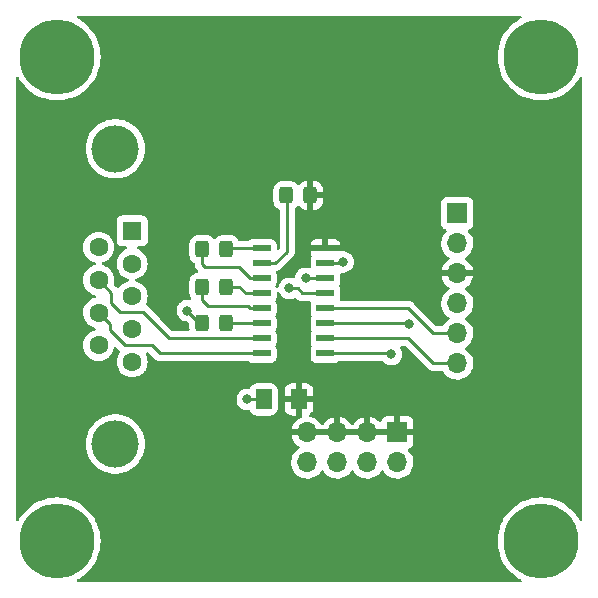
<source format=gbr>
G04 #@! TF.GenerationSoftware,KiCad,Pcbnew,(6.0.1)*
G04 #@! TF.CreationDate,2022-08-01T16:47:35-04:00*
G04 #@! TF.ProjectId,RS232_TTL_Male,52533233-325f-4545-944c-5f4d616c652e,1*
G04 #@! TF.SameCoordinates,Original*
G04 #@! TF.FileFunction,Copper,L1,Top*
G04 #@! TF.FilePolarity,Positive*
%FSLAX46Y46*%
G04 Gerber Fmt 4.6, Leading zero omitted, Abs format (unit mm)*
G04 Created by KiCad (PCBNEW (6.0.1)) date 2022-08-01 16:47:35*
%MOMM*%
%LPD*%
G01*
G04 APERTURE LIST*
G04 Aperture macros list*
%AMRoundRect*
0 Rectangle with rounded corners*
0 $1 Rounding radius*
0 $2 $3 $4 $5 $6 $7 $8 $9 X,Y pos of 4 corners*
0 Add a 4 corners polygon primitive as box body*
4,1,4,$2,$3,$4,$5,$6,$7,$8,$9,$2,$3,0*
0 Add four circle primitives for the rounded corners*
1,1,$1+$1,$2,$3*
1,1,$1+$1,$4,$5*
1,1,$1+$1,$6,$7*
1,1,$1+$1,$8,$9*
0 Add four rect primitives between the rounded corners*
20,1,$1+$1,$2,$3,$4,$5,0*
20,1,$1+$1,$4,$5,$6,$7,0*
20,1,$1+$1,$6,$7,$8,$9,0*
20,1,$1+$1,$8,$9,$2,$3,0*%
G04 Aperture macros list end*
G04 #@! TA.AperFunction,SMDPad,CuDef*
%ADD10RoundRect,0.250000X0.325000X0.450000X-0.325000X0.450000X-0.325000X-0.450000X0.325000X-0.450000X0*%
G04 #@! TD*
G04 #@! TA.AperFunction,SMDPad,CuDef*
%ADD11RoundRect,0.250000X-0.325000X-0.450000X0.325000X-0.450000X0.325000X0.450000X-0.325000X0.450000X0*%
G04 #@! TD*
G04 #@! TA.AperFunction,ComponentPad*
%ADD12R,1.600000X1.600000*%
G04 #@! TD*
G04 #@! TA.AperFunction,ComponentPad*
%ADD13C,1.600000*%
G04 #@! TD*
G04 #@! TA.AperFunction,ComponentPad*
%ADD14C,4.000000*%
G04 #@! TD*
G04 #@! TA.AperFunction,SMDPad,CuDef*
%ADD15R,1.500000X0.600000*%
G04 #@! TD*
G04 #@! TA.AperFunction,ComponentPad*
%ADD16R,1.700000X1.700000*%
G04 #@! TD*
G04 #@! TA.AperFunction,ComponentPad*
%ADD17O,1.700000X1.700000*%
G04 #@! TD*
G04 #@! TA.AperFunction,ComponentPad*
%ADD18C,6.350000*%
G04 #@! TD*
G04 #@! TA.AperFunction,SMDPad,CuDef*
%ADD19RoundRect,0.250001X0.462499X0.624999X-0.462499X0.624999X-0.462499X-0.624999X0.462499X-0.624999X0*%
G04 #@! TD*
G04 #@! TA.AperFunction,ViaPad*
%ADD20C,0.800000*%
G04 #@! TD*
G04 #@! TA.AperFunction,Conductor*
%ADD21C,0.250000*%
G04 #@! TD*
G04 APERTURE END LIST*
D10*
X164347000Y-83312000D03*
X162297000Y-83312000D03*
X162297000Y-86500000D03*
X164347000Y-86500000D03*
X171459000Y-78740000D03*
X169409000Y-78740000D03*
D11*
X164347000Y-89500000D03*
X162297000Y-89500000D03*
D12*
X156363200Y-81744700D03*
D13*
X156363200Y-84514700D03*
X156363200Y-87284700D03*
X156363200Y-90054700D03*
X156363200Y-92824700D03*
X153523200Y-83129700D03*
X153523200Y-85899700D03*
X153523200Y-88669700D03*
X153523200Y-91439700D03*
D14*
X154943200Y-74784700D03*
X154943200Y-99784700D03*
D15*
X167328400Y-83230600D03*
X167328400Y-84500600D03*
X167328400Y-85770600D03*
X167328400Y-87040600D03*
X167328400Y-88310600D03*
X167328400Y-89580600D03*
X167328400Y-90850600D03*
X167328400Y-92120600D03*
X172728400Y-92120600D03*
X172728400Y-90850600D03*
X172728400Y-89580600D03*
X172728400Y-88310600D03*
X172728400Y-87040600D03*
X172728400Y-85770600D03*
X172728400Y-84500600D03*
X172728400Y-83230600D03*
D16*
X183896000Y-80264000D03*
D17*
X183896000Y-82804000D03*
X183896000Y-85344000D03*
X183896000Y-87884000D03*
X183896000Y-90424000D03*
X183896000Y-92964000D03*
D18*
X150000000Y-67000000D03*
X191000000Y-67000000D03*
X150000000Y-108000000D03*
X191000000Y-108000000D03*
D19*
X170487500Y-96000000D03*
X167512500Y-96000000D03*
D16*
X178816000Y-98806000D03*
D17*
X178816000Y-101346000D03*
X176276000Y-98806000D03*
X176276000Y-101346000D03*
X173736000Y-98806000D03*
X173736000Y-101346000D03*
X171196000Y-98806000D03*
X171196000Y-101346000D03*
D20*
X174219400Y-84373600D03*
X161036000Y-88490600D03*
X166116000Y-96012000D03*
X178308000Y-92202000D03*
X179832000Y-89662000D03*
X169672000Y-86614000D03*
X171044400Y-85770600D03*
D21*
X167328400Y-83230600D02*
X164428400Y-83230600D01*
X162297000Y-84573000D02*
X162297000Y-83312000D01*
X162560000Y-84836000D02*
X162297000Y-84573000D01*
X167328400Y-85770600D02*
X166328400Y-85770600D01*
X165393800Y-84836000D02*
X162560000Y-84836000D01*
X166328400Y-85770600D02*
X165393800Y-84836000D01*
X166328400Y-88310600D02*
X166155800Y-88138000D01*
X167328400Y-88310600D02*
X166328400Y-88310600D01*
X166155800Y-88138000D02*
X162814000Y-88138000D01*
X162297000Y-87621000D02*
X162297000Y-86500000D01*
X162814000Y-88138000D02*
X162297000Y-87621000D01*
X167328400Y-87040600D02*
X165964400Y-87040600D01*
X165423800Y-86500000D02*
X165964400Y-87040600D01*
X164347000Y-86500000D02*
X165423800Y-86500000D01*
X174092400Y-84500600D02*
X174219400Y-84373600D01*
X172728400Y-84500600D02*
X174092400Y-84500600D01*
X162045400Y-89500000D02*
X161036000Y-88490600D01*
X167512500Y-96000000D02*
X166128000Y-96000000D01*
X166128000Y-96000000D02*
X166116000Y-96012000D01*
X167328400Y-84500600D02*
X168483400Y-84500600D01*
X169491000Y-83493000D02*
X169491000Y-79000000D01*
X168483400Y-84500600D02*
X169491000Y-83493000D01*
X167328400Y-89580600D02*
X164427600Y-89580600D01*
X178226600Y-92120600D02*
X178308000Y-92202000D01*
X172728400Y-92120600D02*
X178226600Y-92120600D01*
X179750600Y-89580600D02*
X179832000Y-89662000D01*
X172728400Y-89580600D02*
X179750600Y-89580600D01*
X181864000Y-90424000D02*
X183896000Y-90424000D01*
X172728400Y-88310600D02*
X179750600Y-88310600D01*
X179750600Y-88310600D02*
X181864000Y-90424000D01*
X181864000Y-92964000D02*
X183896000Y-92964000D01*
X172728400Y-90850600D02*
X179750600Y-90850600D01*
X179750600Y-90850600D02*
X181864000Y-92964000D01*
X172728400Y-87040600D02*
X170712400Y-87040600D01*
X169672000Y-86614000D02*
X170434000Y-86614000D01*
X170712400Y-87040600D02*
X170434000Y-86614000D01*
X172728400Y-85770600D02*
X171044400Y-85770600D01*
X155347200Y-88602700D02*
X157252200Y-88602700D01*
X154585200Y-87840700D02*
X155347200Y-88602700D01*
X154585200Y-86961700D02*
X154585200Y-87840700D01*
X153523200Y-85899700D02*
X154585200Y-86961700D01*
X159500100Y-90850600D02*
X157252200Y-88602700D01*
X159500100Y-90850600D02*
X167328400Y-90850600D01*
X154458200Y-89604700D02*
X153523200Y-88669700D01*
X158738100Y-92120600D02*
X158014200Y-91396700D01*
X154458200Y-90126700D02*
X154458200Y-89604700D01*
X158738100Y-92120600D02*
X167328400Y-92120600D01*
X158014200Y-91396700D02*
X155728200Y-91396700D01*
X155728200Y-91396700D02*
X154458200Y-90126700D01*
X172728400Y-83230600D02*
X174325400Y-83230600D01*
G04 #@! TA.AperFunction,Conductor*
G36*
X189283123Y-63528002D02*
G01*
X189329616Y-63581658D01*
X189339720Y-63651932D01*
X189310226Y-63716512D01*
X189272205Y-63746267D01*
X189155723Y-63805618D01*
X188831922Y-64015896D01*
X188531875Y-64258869D01*
X188258869Y-64531875D01*
X188015896Y-64831922D01*
X187805618Y-65155723D01*
X187630337Y-65499730D01*
X187491976Y-65860174D01*
X187392049Y-66233106D01*
X187391533Y-66236367D01*
X187332873Y-66606728D01*
X187331651Y-66614441D01*
X187311445Y-67000000D01*
X187331651Y-67385559D01*
X187392049Y-67766894D01*
X187491976Y-68139826D01*
X187630337Y-68500270D01*
X187631835Y-68503210D01*
X187804119Y-68841335D01*
X187805618Y-68844277D01*
X188015896Y-69168078D01*
X188258869Y-69468125D01*
X188531875Y-69741131D01*
X188831922Y-69984104D01*
X189155722Y-70194382D01*
X189158656Y-70195877D01*
X189158663Y-70195881D01*
X189496790Y-70368165D01*
X189499730Y-70369663D01*
X189860174Y-70508024D01*
X190233106Y-70607951D01*
X190435643Y-70640030D01*
X190611193Y-70667835D01*
X190611201Y-70667836D01*
X190614441Y-70668349D01*
X191000000Y-70688555D01*
X191385559Y-70668349D01*
X191388799Y-70667836D01*
X191388807Y-70667835D01*
X191564357Y-70640030D01*
X191766894Y-70607951D01*
X192139826Y-70508024D01*
X192500270Y-70369663D01*
X192503210Y-70368165D01*
X192841337Y-70195881D01*
X192841344Y-70195877D01*
X192844278Y-70194382D01*
X193168078Y-69984104D01*
X193468125Y-69741131D01*
X193741131Y-69468125D01*
X193984104Y-69168078D01*
X194194382Y-68844277D01*
X194253733Y-68727795D01*
X194302482Y-68676180D01*
X194371397Y-68659114D01*
X194438598Y-68682015D01*
X194482750Y-68737613D01*
X194492000Y-68784998D01*
X194492000Y-106215002D01*
X194471998Y-106283123D01*
X194418342Y-106329616D01*
X194348068Y-106339720D01*
X194283488Y-106310226D01*
X194253733Y-106272205D01*
X194195881Y-106158665D01*
X194194382Y-106155723D01*
X193984104Y-105831922D01*
X193741131Y-105531875D01*
X193468125Y-105258869D01*
X193168078Y-105015896D01*
X192844278Y-104805618D01*
X192841344Y-104804123D01*
X192841337Y-104804119D01*
X192503210Y-104631835D01*
X192500270Y-104630337D01*
X192139826Y-104491976D01*
X191766894Y-104392049D01*
X191564357Y-104359970D01*
X191388807Y-104332165D01*
X191388799Y-104332164D01*
X191385559Y-104331651D01*
X191000000Y-104311445D01*
X190614441Y-104331651D01*
X190611201Y-104332164D01*
X190611193Y-104332165D01*
X190435643Y-104359970D01*
X190233106Y-104392049D01*
X189860174Y-104491976D01*
X189499730Y-104630337D01*
X189496790Y-104631835D01*
X189158664Y-104804119D01*
X189158657Y-104804123D01*
X189155723Y-104805618D01*
X188831922Y-105015896D01*
X188531875Y-105258869D01*
X188258869Y-105531875D01*
X188015896Y-105831922D01*
X187805618Y-106155723D01*
X187804123Y-106158657D01*
X187804119Y-106158664D01*
X187746267Y-106272205D01*
X187630337Y-106499730D01*
X187491976Y-106860174D01*
X187392049Y-107233106D01*
X187331651Y-107614441D01*
X187311445Y-108000000D01*
X187331651Y-108385559D01*
X187332164Y-108388799D01*
X187332165Y-108388807D01*
X187359970Y-108564357D01*
X187392049Y-108766894D01*
X187491976Y-109139826D01*
X187630337Y-109500270D01*
X187805618Y-109844277D01*
X188015896Y-110168078D01*
X188258869Y-110468125D01*
X188531875Y-110741131D01*
X188831922Y-110984104D01*
X189155722Y-111194382D01*
X189158656Y-111195877D01*
X189158663Y-111195881D01*
X189272205Y-111253733D01*
X189323820Y-111302481D01*
X189340886Y-111371396D01*
X189317985Y-111438598D01*
X189262388Y-111482750D01*
X189215002Y-111492000D01*
X151784998Y-111492000D01*
X151716877Y-111471998D01*
X151670384Y-111418342D01*
X151660280Y-111348068D01*
X151689774Y-111283488D01*
X151727795Y-111253733D01*
X151841337Y-111195881D01*
X151841344Y-111195877D01*
X151844278Y-111194382D01*
X152168078Y-110984104D01*
X152468125Y-110741131D01*
X152741131Y-110468125D01*
X152984104Y-110168078D01*
X153194382Y-109844277D01*
X153369663Y-109500270D01*
X153508024Y-109139826D01*
X153607951Y-108766894D01*
X153640030Y-108564357D01*
X153667835Y-108388807D01*
X153667836Y-108388799D01*
X153668349Y-108385559D01*
X153688555Y-108000000D01*
X153668349Y-107614441D01*
X153607951Y-107233106D01*
X153508024Y-106860174D01*
X153369663Y-106499730D01*
X153253733Y-106272205D01*
X153195881Y-106158664D01*
X153195877Y-106158657D01*
X153194382Y-106155723D01*
X152984104Y-105831922D01*
X152741131Y-105531875D01*
X152468125Y-105258869D01*
X152168078Y-105015896D01*
X151844278Y-104805618D01*
X151841344Y-104804123D01*
X151841337Y-104804119D01*
X151503210Y-104631835D01*
X151500270Y-104630337D01*
X151139826Y-104491976D01*
X150766894Y-104392049D01*
X150564357Y-104359970D01*
X150388807Y-104332165D01*
X150388799Y-104332164D01*
X150385559Y-104331651D01*
X150000000Y-104311445D01*
X149614441Y-104331651D01*
X149611201Y-104332164D01*
X149611193Y-104332165D01*
X149435643Y-104359970D01*
X149233106Y-104392049D01*
X148860174Y-104491976D01*
X148499730Y-104630337D01*
X148496790Y-104631835D01*
X148158664Y-104804119D01*
X148158657Y-104804123D01*
X148155723Y-104805618D01*
X147831922Y-105015896D01*
X147531875Y-105258869D01*
X147258869Y-105531875D01*
X147015896Y-105831922D01*
X146805618Y-106155723D01*
X146804119Y-106158665D01*
X146746267Y-106272205D01*
X146697518Y-106323820D01*
X146628603Y-106340886D01*
X146561402Y-106317985D01*
X146517250Y-106262387D01*
X146508000Y-106215002D01*
X146508000Y-99784700D01*
X152429740Y-99784700D01*
X152449559Y-100099720D01*
X152508705Y-100409772D01*
X152535556Y-100492411D01*
X152595655Y-100677375D01*
X152606244Y-100709966D01*
X152607931Y-100713552D01*
X152607933Y-100713556D01*
X152738950Y-100991983D01*
X152738954Y-100991990D01*
X152740638Y-100995569D01*
X152909768Y-101262075D01*
X153110967Y-101505282D01*
X153341060Y-101721354D01*
X153344262Y-101723681D01*
X153344264Y-101723682D01*
X153385497Y-101753639D01*
X153596421Y-101906884D01*
X153599890Y-101908791D01*
X153599893Y-101908793D01*
X153869552Y-102057040D01*
X153873021Y-102058947D01*
X153876690Y-102060400D01*
X153876695Y-102060402D01*
X154105742Y-102151088D01*
X154166498Y-102175143D01*
X154472225Y-102253640D01*
X154785379Y-102293200D01*
X155101021Y-102293200D01*
X155414175Y-102253640D01*
X155719902Y-102175143D01*
X155780658Y-102151088D01*
X156009705Y-102060402D01*
X156009710Y-102060400D01*
X156013379Y-102058947D01*
X156016848Y-102057040D01*
X156286507Y-101908793D01*
X156286510Y-101908791D01*
X156289979Y-101906884D01*
X156500903Y-101753639D01*
X156542136Y-101723682D01*
X156542138Y-101723681D01*
X156545340Y-101721354D01*
X156775433Y-101505282D01*
X156934755Y-101312695D01*
X169833251Y-101312695D01*
X169833548Y-101317848D01*
X169833548Y-101317851D01*
X169839011Y-101412590D01*
X169846110Y-101535715D01*
X169847247Y-101540761D01*
X169847248Y-101540767D01*
X169867119Y-101628939D01*
X169895222Y-101753639D01*
X169979266Y-101960616D01*
X170030019Y-102043438D01*
X170093291Y-102146688D01*
X170095987Y-102151088D01*
X170242250Y-102319938D01*
X170414126Y-102462632D01*
X170607000Y-102575338D01*
X170815692Y-102655030D01*
X170820760Y-102656061D01*
X170820763Y-102656062D01*
X170928017Y-102677883D01*
X171034597Y-102699567D01*
X171039772Y-102699757D01*
X171039774Y-102699757D01*
X171252673Y-102707564D01*
X171252677Y-102707564D01*
X171257837Y-102707753D01*
X171262957Y-102707097D01*
X171262959Y-102707097D01*
X171474288Y-102680025D01*
X171474289Y-102680025D01*
X171479416Y-102679368D01*
X171484366Y-102677883D01*
X171688429Y-102616661D01*
X171688434Y-102616659D01*
X171693384Y-102615174D01*
X171893994Y-102516896D01*
X172075860Y-102387173D01*
X172234096Y-102229489D01*
X172272443Y-102176124D01*
X172364453Y-102048077D01*
X172365776Y-102049028D01*
X172412645Y-102005857D01*
X172482580Y-101993625D01*
X172548026Y-102021144D01*
X172575875Y-102052994D01*
X172579523Y-102058947D01*
X172635987Y-102151088D01*
X172782250Y-102319938D01*
X172954126Y-102462632D01*
X173147000Y-102575338D01*
X173355692Y-102655030D01*
X173360760Y-102656061D01*
X173360763Y-102656062D01*
X173468017Y-102677883D01*
X173574597Y-102699567D01*
X173579772Y-102699757D01*
X173579774Y-102699757D01*
X173792673Y-102707564D01*
X173792677Y-102707564D01*
X173797837Y-102707753D01*
X173802957Y-102707097D01*
X173802959Y-102707097D01*
X174014288Y-102680025D01*
X174014289Y-102680025D01*
X174019416Y-102679368D01*
X174024366Y-102677883D01*
X174228429Y-102616661D01*
X174228434Y-102616659D01*
X174233384Y-102615174D01*
X174433994Y-102516896D01*
X174615860Y-102387173D01*
X174774096Y-102229489D01*
X174812443Y-102176124D01*
X174904453Y-102048077D01*
X174905776Y-102049028D01*
X174952645Y-102005857D01*
X175022580Y-101993625D01*
X175088026Y-102021144D01*
X175115875Y-102052994D01*
X175119523Y-102058947D01*
X175175987Y-102151088D01*
X175322250Y-102319938D01*
X175494126Y-102462632D01*
X175687000Y-102575338D01*
X175895692Y-102655030D01*
X175900760Y-102656061D01*
X175900763Y-102656062D01*
X176008017Y-102677883D01*
X176114597Y-102699567D01*
X176119772Y-102699757D01*
X176119774Y-102699757D01*
X176332673Y-102707564D01*
X176332677Y-102707564D01*
X176337837Y-102707753D01*
X176342957Y-102707097D01*
X176342959Y-102707097D01*
X176554288Y-102680025D01*
X176554289Y-102680025D01*
X176559416Y-102679368D01*
X176564366Y-102677883D01*
X176768429Y-102616661D01*
X176768434Y-102616659D01*
X176773384Y-102615174D01*
X176973994Y-102516896D01*
X177155860Y-102387173D01*
X177314096Y-102229489D01*
X177352443Y-102176124D01*
X177444453Y-102048077D01*
X177445776Y-102049028D01*
X177492645Y-102005857D01*
X177562580Y-101993625D01*
X177628026Y-102021144D01*
X177655875Y-102052994D01*
X177659523Y-102058947D01*
X177715987Y-102151088D01*
X177862250Y-102319938D01*
X178034126Y-102462632D01*
X178227000Y-102575338D01*
X178435692Y-102655030D01*
X178440760Y-102656061D01*
X178440763Y-102656062D01*
X178548017Y-102677883D01*
X178654597Y-102699567D01*
X178659772Y-102699757D01*
X178659774Y-102699757D01*
X178872673Y-102707564D01*
X178872677Y-102707564D01*
X178877837Y-102707753D01*
X178882957Y-102707097D01*
X178882959Y-102707097D01*
X179094288Y-102680025D01*
X179094289Y-102680025D01*
X179099416Y-102679368D01*
X179104366Y-102677883D01*
X179308429Y-102616661D01*
X179308434Y-102616659D01*
X179313384Y-102615174D01*
X179513994Y-102516896D01*
X179695860Y-102387173D01*
X179854096Y-102229489D01*
X179892443Y-102176124D01*
X179981435Y-102052277D01*
X179984453Y-102048077D01*
X180005320Y-102005857D01*
X180081136Y-101852453D01*
X180081137Y-101852451D01*
X180083430Y-101847811D01*
X180148370Y-101634069D01*
X180177529Y-101412590D01*
X180179156Y-101346000D01*
X180160852Y-101123361D01*
X180106431Y-100906702D01*
X180017354Y-100701840D01*
X179896014Y-100514277D01*
X179892538Y-100510457D01*
X179892533Y-100510450D01*
X179748435Y-100352088D01*
X179717383Y-100288242D01*
X179725779Y-100217744D01*
X179770956Y-100162976D01*
X179797400Y-100149307D01*
X179904052Y-100109325D01*
X179919649Y-100100786D01*
X180021724Y-100024285D01*
X180034285Y-100011724D01*
X180110786Y-99909649D01*
X180119324Y-99894054D01*
X180164478Y-99773606D01*
X180168105Y-99758351D01*
X180173631Y-99707486D01*
X180174000Y-99700672D01*
X180174000Y-99078115D01*
X180169525Y-99062876D01*
X180168135Y-99061671D01*
X180160452Y-99060000D01*
X169879225Y-99060000D01*
X169865694Y-99063973D01*
X169864257Y-99073966D01*
X169894565Y-99208446D01*
X169897645Y-99218275D01*
X169977770Y-99415603D01*
X169982413Y-99424794D01*
X170093694Y-99606388D01*
X170099777Y-99614699D01*
X170239213Y-99775667D01*
X170246580Y-99782883D01*
X170410434Y-99918916D01*
X170418881Y-99924831D01*
X170487969Y-99965203D01*
X170536693Y-100016842D01*
X170549764Y-100086625D01*
X170523033Y-100152396D01*
X170482584Y-100185752D01*
X170469607Y-100192507D01*
X170465474Y-100195610D01*
X170465471Y-100195612D01*
X170295100Y-100323530D01*
X170290965Y-100326635D01*
X170136629Y-100488138D01*
X170010743Y-100672680D01*
X169916688Y-100875305D01*
X169856989Y-101090570D01*
X169833251Y-101312695D01*
X156934755Y-101312695D01*
X156976632Y-101262075D01*
X157145762Y-100995569D01*
X157147446Y-100991990D01*
X157147450Y-100991983D01*
X157278467Y-100713556D01*
X157278469Y-100713552D01*
X157280156Y-100709966D01*
X157290746Y-100677375D01*
X157350844Y-100492411D01*
X157377695Y-100409772D01*
X157436841Y-100099720D01*
X157456660Y-99784700D01*
X157436841Y-99469680D01*
X157377695Y-99159628D01*
X157280156Y-98859434D01*
X157278467Y-98855844D01*
X157147450Y-98577417D01*
X157147446Y-98577410D01*
X157145762Y-98573831D01*
X157124408Y-98540183D01*
X169860389Y-98540183D01*
X169861912Y-98548607D01*
X169874292Y-98552000D01*
X173463885Y-98552000D01*
X173479124Y-98547525D01*
X173480329Y-98546135D01*
X173482000Y-98538452D01*
X173482000Y-98533885D01*
X173990000Y-98533885D01*
X173994475Y-98549124D01*
X173995865Y-98550329D01*
X174003548Y-98552000D01*
X176003885Y-98552000D01*
X176019124Y-98547525D01*
X176020329Y-98546135D01*
X176022000Y-98538452D01*
X176022000Y-98533885D01*
X176530000Y-98533885D01*
X176534475Y-98549124D01*
X176535865Y-98550329D01*
X176543548Y-98552000D01*
X178543885Y-98552000D01*
X178559124Y-98547525D01*
X178560329Y-98546135D01*
X178562000Y-98538452D01*
X178562000Y-98533885D01*
X179070000Y-98533885D01*
X179074475Y-98549124D01*
X179075865Y-98550329D01*
X179083548Y-98552000D01*
X180155884Y-98552000D01*
X180171123Y-98547525D01*
X180172328Y-98546135D01*
X180173999Y-98538452D01*
X180173999Y-97911331D01*
X180173629Y-97904510D01*
X180168105Y-97853648D01*
X180164479Y-97838396D01*
X180119324Y-97717946D01*
X180110786Y-97702351D01*
X180034285Y-97600276D01*
X180021724Y-97587715D01*
X179919649Y-97511214D01*
X179904054Y-97502676D01*
X179783606Y-97457522D01*
X179768351Y-97453895D01*
X179717486Y-97448369D01*
X179710672Y-97448000D01*
X179088115Y-97448000D01*
X179072876Y-97452475D01*
X179071671Y-97453865D01*
X179070000Y-97461548D01*
X179070000Y-98533885D01*
X178562000Y-98533885D01*
X178562000Y-97466116D01*
X178557525Y-97450877D01*
X178556135Y-97449672D01*
X178548452Y-97448001D01*
X177921331Y-97448001D01*
X177914510Y-97448371D01*
X177863648Y-97453895D01*
X177848396Y-97457521D01*
X177727946Y-97502676D01*
X177712351Y-97511214D01*
X177610276Y-97587715D01*
X177597715Y-97600276D01*
X177521214Y-97702351D01*
X177512676Y-97717946D01*
X177471100Y-97828849D01*
X177428458Y-97885613D01*
X177361897Y-97910313D01*
X177292548Y-97895105D01*
X177259925Y-97869419D01*
X177208806Y-97813240D01*
X177201273Y-97806215D01*
X177034139Y-97674222D01*
X177025552Y-97668517D01*
X176839117Y-97565599D01*
X176829705Y-97561369D01*
X176628959Y-97490280D01*
X176618988Y-97487646D01*
X176547837Y-97474972D01*
X176534540Y-97476432D01*
X176530000Y-97490989D01*
X176530000Y-98533885D01*
X176022000Y-98533885D01*
X176022000Y-97489102D01*
X176018082Y-97475758D01*
X176003806Y-97473771D01*
X175965324Y-97479660D01*
X175955288Y-97482051D01*
X175752868Y-97548212D01*
X175743359Y-97552209D01*
X175554463Y-97650542D01*
X175545738Y-97656036D01*
X175375433Y-97783905D01*
X175367726Y-97790748D01*
X175220590Y-97944717D01*
X175214104Y-97952727D01*
X175109193Y-98106521D01*
X175054282Y-98151524D01*
X174983757Y-98159695D01*
X174920010Y-98128441D01*
X174899313Y-98103957D01*
X174818427Y-97978926D01*
X174812136Y-97970757D01*
X174668806Y-97813240D01*
X174661273Y-97806215D01*
X174494139Y-97674222D01*
X174485552Y-97668517D01*
X174299117Y-97565599D01*
X174289705Y-97561369D01*
X174088959Y-97490280D01*
X174078988Y-97487646D01*
X174007837Y-97474972D01*
X173994540Y-97476432D01*
X173990000Y-97490989D01*
X173990000Y-98533885D01*
X173482000Y-98533885D01*
X173482000Y-97489102D01*
X173478082Y-97475758D01*
X173463806Y-97473771D01*
X173425324Y-97479660D01*
X173415288Y-97482051D01*
X173212868Y-97548212D01*
X173203359Y-97552209D01*
X173014463Y-97650542D01*
X173005738Y-97656036D01*
X172835433Y-97783905D01*
X172827726Y-97790748D01*
X172680590Y-97944717D01*
X172674104Y-97952727D01*
X172569193Y-98106521D01*
X172514282Y-98151524D01*
X172443757Y-98159695D01*
X172380010Y-98128441D01*
X172359313Y-98103957D01*
X172278427Y-97978926D01*
X172272136Y-97970757D01*
X172128806Y-97813240D01*
X172121273Y-97806215D01*
X171954139Y-97674222D01*
X171945552Y-97668517D01*
X171759117Y-97565599D01*
X171749705Y-97561369D01*
X171548959Y-97490280D01*
X171538988Y-97487646D01*
X171442179Y-97470402D01*
X171378621Y-97438764D01*
X171342258Y-97377787D01*
X171344635Y-97306830D01*
X171384996Y-97248422D01*
X171397973Y-97239210D01*
X171417810Y-97226935D01*
X171429208Y-97217901D01*
X171543739Y-97103170D01*
X171552751Y-97091759D01*
X171637818Y-96953755D01*
X171643962Y-96940577D01*
X171695139Y-96786284D01*
X171698005Y-96772919D01*
X171707672Y-96678561D01*
X171708000Y-96672145D01*
X171708000Y-96272115D01*
X171703525Y-96256876D01*
X171702135Y-96255671D01*
X171694452Y-96254000D01*
X170759615Y-96254000D01*
X170744376Y-96258475D01*
X170743171Y-96259865D01*
X170741500Y-96267548D01*
X170741500Y-97364883D01*
X170750168Y-97394405D01*
X170750167Y-97465402D01*
X170711782Y-97525128D01*
X170677033Y-97544778D01*
X170677634Y-97546208D01*
X170663359Y-97552209D01*
X170474463Y-97650542D01*
X170465738Y-97656036D01*
X170295433Y-97783905D01*
X170287726Y-97790748D01*
X170140590Y-97944717D01*
X170134104Y-97952727D01*
X170014098Y-98128649D01*
X170009000Y-98137623D01*
X169919338Y-98330783D01*
X169915775Y-98340470D01*
X169860389Y-98540183D01*
X157124408Y-98540183D01*
X156976632Y-98307325D01*
X156775433Y-98064118D01*
X156545340Y-97848046D01*
X156497434Y-97813240D01*
X156344807Y-97702351D01*
X156289979Y-97662516D01*
X156268199Y-97650542D01*
X156016848Y-97512360D01*
X156016847Y-97512359D01*
X156013379Y-97510453D01*
X156009710Y-97509000D01*
X156009705Y-97508998D01*
X155723572Y-97395710D01*
X155723571Y-97395710D01*
X155719902Y-97394257D01*
X155414175Y-97315760D01*
X155101021Y-97276200D01*
X154785379Y-97276200D01*
X154472225Y-97315760D01*
X154166498Y-97394257D01*
X154162829Y-97395710D01*
X154162828Y-97395710D01*
X153876695Y-97508998D01*
X153876690Y-97509000D01*
X153873021Y-97510453D01*
X153869553Y-97512359D01*
X153869552Y-97512360D01*
X153618202Y-97650542D01*
X153596421Y-97662516D01*
X153541593Y-97702351D01*
X153388967Y-97813240D01*
X153341060Y-97848046D01*
X153110967Y-98064118D01*
X152909768Y-98307325D01*
X152740638Y-98573831D01*
X152738954Y-98577410D01*
X152738950Y-98577417D01*
X152607933Y-98855844D01*
X152606244Y-98859434D01*
X152508705Y-99159628D01*
X152449559Y-99469680D01*
X152429740Y-99784700D01*
X146508000Y-99784700D01*
X146508000Y-96012000D01*
X165202496Y-96012000D01*
X165222458Y-96201928D01*
X165281473Y-96383556D01*
X165376960Y-96548944D01*
X165381378Y-96553851D01*
X165381379Y-96553852D01*
X165500325Y-96685955D01*
X165504747Y-96690866D01*
X165603843Y-96762864D01*
X165636223Y-96786389D01*
X165659248Y-96803118D01*
X165665276Y-96805802D01*
X165665278Y-96805803D01*
X165827681Y-96878109D01*
X165833712Y-96880794D01*
X165927112Y-96900647D01*
X166014056Y-96919128D01*
X166014061Y-96919128D01*
X166020513Y-96920500D01*
X166211487Y-96920500D01*
X166217943Y-96919128D01*
X166217950Y-96919127D01*
X166239110Y-96914629D01*
X166309901Y-96920030D01*
X166366534Y-96962846D01*
X166372452Y-96971572D01*
X166451522Y-97099348D01*
X166576697Y-97224305D01*
X166582927Y-97228145D01*
X166582928Y-97228146D01*
X166720090Y-97312694D01*
X166727262Y-97317115D01*
X166807005Y-97343564D01*
X166888611Y-97370632D01*
X166888613Y-97370632D01*
X166895139Y-97372797D01*
X166901975Y-97373497D01*
X166901978Y-97373498D01*
X166943841Y-97377787D01*
X166999600Y-97383500D01*
X168025400Y-97383500D01*
X168028646Y-97383163D01*
X168028650Y-97383163D01*
X168124307Y-97373238D01*
X168124311Y-97373237D01*
X168131165Y-97372526D01*
X168137701Y-97370345D01*
X168137703Y-97370345D01*
X168269805Y-97326272D01*
X168298945Y-97316550D01*
X168449348Y-97223478D01*
X168574305Y-97098303D01*
X168578339Y-97091759D01*
X168663275Y-96953968D01*
X168663276Y-96953966D01*
X168667115Y-96947738D01*
X168693564Y-96867995D01*
X168720632Y-96786389D01*
X168720632Y-96786387D01*
X168722797Y-96779861D01*
X168723509Y-96772919D01*
X168727909Y-96729969D01*
X168733500Y-96675400D01*
X168733500Y-96672096D01*
X169267000Y-96672096D01*
X169267337Y-96678611D01*
X169277256Y-96774203D01*
X169280150Y-96787602D01*
X169331588Y-96941783D01*
X169337762Y-96954962D01*
X169423063Y-97092807D01*
X169432099Y-97104208D01*
X169546830Y-97218739D01*
X169558241Y-97227751D01*
X169696245Y-97312818D01*
X169709423Y-97318962D01*
X169863716Y-97370139D01*
X169877081Y-97373005D01*
X169971439Y-97382672D01*
X169977855Y-97383000D01*
X170215385Y-97383000D01*
X170230624Y-97378525D01*
X170231829Y-97377135D01*
X170233500Y-97369452D01*
X170233500Y-96272115D01*
X170229025Y-96256876D01*
X170227635Y-96255671D01*
X170219952Y-96254000D01*
X169285115Y-96254000D01*
X169269876Y-96258475D01*
X169268671Y-96259865D01*
X169267000Y-96267548D01*
X169267000Y-96672096D01*
X168733500Y-96672096D01*
X168733500Y-95727885D01*
X169267000Y-95727885D01*
X169271475Y-95743124D01*
X169272865Y-95744329D01*
X169280548Y-95746000D01*
X170215385Y-95746000D01*
X170230624Y-95741525D01*
X170231829Y-95740135D01*
X170233500Y-95732452D01*
X170233500Y-95727885D01*
X170741500Y-95727885D01*
X170745975Y-95743124D01*
X170747365Y-95744329D01*
X170755048Y-95746000D01*
X171689885Y-95746000D01*
X171705124Y-95741525D01*
X171706329Y-95740135D01*
X171708000Y-95732452D01*
X171708000Y-95327904D01*
X171707663Y-95321389D01*
X171697744Y-95225797D01*
X171694850Y-95212398D01*
X171643412Y-95058217D01*
X171637238Y-95045038D01*
X171551937Y-94907193D01*
X171542901Y-94895792D01*
X171428170Y-94781261D01*
X171416759Y-94772249D01*
X171278755Y-94687182D01*
X171265577Y-94681038D01*
X171111284Y-94629861D01*
X171097919Y-94626995D01*
X171003561Y-94617328D01*
X170997144Y-94617000D01*
X170759615Y-94617000D01*
X170744376Y-94621475D01*
X170743171Y-94622865D01*
X170741500Y-94630548D01*
X170741500Y-95727885D01*
X170233500Y-95727885D01*
X170233500Y-94635115D01*
X170229025Y-94619876D01*
X170227635Y-94618671D01*
X170219952Y-94617000D01*
X169977904Y-94617000D01*
X169971389Y-94617337D01*
X169875797Y-94627256D01*
X169862398Y-94630150D01*
X169708217Y-94681588D01*
X169695038Y-94687762D01*
X169557193Y-94773063D01*
X169545792Y-94782099D01*
X169431261Y-94896830D01*
X169422249Y-94908241D01*
X169337182Y-95046245D01*
X169331038Y-95059423D01*
X169279861Y-95213716D01*
X169276995Y-95227081D01*
X169267328Y-95321439D01*
X169267000Y-95327856D01*
X169267000Y-95727885D01*
X168733500Y-95727885D01*
X168733500Y-95324600D01*
X168723382Y-95227081D01*
X168723238Y-95225693D01*
X168723237Y-95225689D01*
X168722526Y-95218835D01*
X168666550Y-95051055D01*
X168573478Y-94900652D01*
X168448303Y-94775695D01*
X168305650Y-94687762D01*
X168303968Y-94686725D01*
X168303966Y-94686724D01*
X168297738Y-94682885D01*
X168217995Y-94656436D01*
X168136389Y-94629368D01*
X168136387Y-94629368D01*
X168129861Y-94627203D01*
X168123025Y-94626503D01*
X168123022Y-94626502D01*
X168079969Y-94622091D01*
X168025400Y-94616500D01*
X166999600Y-94616500D01*
X166996354Y-94616837D01*
X166996350Y-94616837D01*
X166900693Y-94626762D01*
X166900689Y-94626763D01*
X166893835Y-94627474D01*
X166887299Y-94629655D01*
X166887297Y-94629655D01*
X166870932Y-94635115D01*
X166726055Y-94683450D01*
X166575652Y-94776522D01*
X166450695Y-94901697D01*
X166359597Y-95049485D01*
X166306826Y-95096977D01*
X166236754Y-95108401D01*
X166226140Y-95106614D01*
X166217950Y-95104873D01*
X166217943Y-95104872D01*
X166211487Y-95103500D01*
X166020513Y-95103500D01*
X166014061Y-95104872D01*
X166014056Y-95104872D01*
X165927113Y-95123353D01*
X165833712Y-95143206D01*
X165827682Y-95145891D01*
X165827681Y-95145891D01*
X165665278Y-95218197D01*
X165665276Y-95218198D01*
X165659248Y-95220882D01*
X165504747Y-95333134D01*
X165376960Y-95475056D01*
X165281473Y-95640444D01*
X165222458Y-95822072D01*
X165202496Y-96012000D01*
X146508000Y-96012000D01*
X146508000Y-91439700D01*
X152209702Y-91439700D01*
X152229657Y-91667787D01*
X152267899Y-91810507D01*
X152284600Y-91872834D01*
X152288916Y-91888943D01*
X152291239Y-91893924D01*
X152291239Y-91893925D01*
X152383351Y-92091462D01*
X152383354Y-92091467D01*
X152385677Y-92096449D01*
X152517002Y-92284000D01*
X152678900Y-92445898D01*
X152683408Y-92449055D01*
X152683411Y-92449057D01*
X152706633Y-92465317D01*
X152866451Y-92577223D01*
X152871433Y-92579546D01*
X152871438Y-92579549D01*
X153065870Y-92670213D01*
X153073957Y-92673984D01*
X153079265Y-92675406D01*
X153079267Y-92675407D01*
X153289798Y-92731819D01*
X153289800Y-92731819D01*
X153295113Y-92733243D01*
X153523200Y-92753198D01*
X153751287Y-92733243D01*
X153756600Y-92731819D01*
X153756602Y-92731819D01*
X153967133Y-92675407D01*
X153967135Y-92675406D01*
X153972443Y-92673984D01*
X153980530Y-92670213D01*
X154174962Y-92579549D01*
X154174967Y-92579546D01*
X154179949Y-92577223D01*
X154339767Y-92465317D01*
X154362989Y-92449057D01*
X154362992Y-92449055D01*
X154367500Y-92445898D01*
X154529398Y-92284000D01*
X154660723Y-92096449D01*
X154663046Y-92091467D01*
X154663049Y-92091462D01*
X154755161Y-91893925D01*
X154755161Y-91893924D01*
X154757484Y-91888943D01*
X154760162Y-91878949D01*
X154815320Y-91673099D01*
X154815321Y-91673095D01*
X154816743Y-91667787D01*
X154817222Y-91662308D01*
X154817265Y-91662066D01*
X154848792Y-91598453D01*
X154909706Y-91561984D01*
X154980666Y-91564236D01*
X155030446Y-91594850D01*
X155224543Y-91788947D01*
X155232087Y-91797237D01*
X155236200Y-91803718D01*
X155241977Y-91809143D01*
X155285867Y-91850358D01*
X155288709Y-91853113D01*
X155306538Y-91870942D01*
X155340564Y-91933254D01*
X155335499Y-92004069D01*
X155320657Y-92032305D01*
X155225677Y-92167951D01*
X155223354Y-92172933D01*
X155223351Y-92172938D01*
X155131239Y-92370475D01*
X155128916Y-92375457D01*
X155127494Y-92380765D01*
X155127493Y-92380767D01*
X155074302Y-92579279D01*
X155069657Y-92596613D01*
X155049702Y-92824700D01*
X155069657Y-93052787D01*
X155071081Y-93058100D01*
X155071081Y-93058102D01*
X155084754Y-93109128D01*
X155128916Y-93273943D01*
X155131239Y-93278924D01*
X155131239Y-93278925D01*
X155223351Y-93476462D01*
X155223354Y-93476467D01*
X155225677Y-93481449D01*
X155293579Y-93578423D01*
X155320943Y-93617502D01*
X155357002Y-93669000D01*
X155518900Y-93830898D01*
X155523408Y-93834055D01*
X155523411Y-93834057D01*
X155536600Y-93843292D01*
X155706451Y-93962223D01*
X155711433Y-93964546D01*
X155711438Y-93964549D01*
X155804987Y-94008171D01*
X155913957Y-94058984D01*
X155919265Y-94060406D01*
X155919267Y-94060407D01*
X156129798Y-94116819D01*
X156129800Y-94116819D01*
X156135113Y-94118243D01*
X156363200Y-94138198D01*
X156591287Y-94118243D01*
X156596600Y-94116819D01*
X156596602Y-94116819D01*
X156807133Y-94060407D01*
X156807135Y-94060406D01*
X156812443Y-94058984D01*
X156921413Y-94008171D01*
X157014962Y-93964549D01*
X157014967Y-93964546D01*
X157019949Y-93962223D01*
X157189800Y-93843292D01*
X157202989Y-93834057D01*
X157202992Y-93834055D01*
X157207500Y-93830898D01*
X157369398Y-93669000D01*
X157405458Y-93617502D01*
X157432821Y-93578423D01*
X157500723Y-93481449D01*
X157503046Y-93476467D01*
X157503049Y-93476462D01*
X157595161Y-93278925D01*
X157595161Y-93278924D01*
X157597484Y-93273943D01*
X157641647Y-93109128D01*
X157655319Y-93058102D01*
X157655319Y-93058100D01*
X157656743Y-93052787D01*
X157676698Y-92824700D01*
X157656743Y-92596613D01*
X157652098Y-92579279D01*
X157598907Y-92380767D01*
X157598906Y-92380765D01*
X157597484Y-92375457D01*
X157573765Y-92324590D01*
X157520074Y-92209450D01*
X157509413Y-92139258D01*
X157538393Y-92074445D01*
X157597813Y-92035589D01*
X157634269Y-92030200D01*
X157699606Y-92030200D01*
X157767727Y-92050202D01*
X157788701Y-92067105D01*
X158234443Y-92512847D01*
X158241987Y-92521137D01*
X158246100Y-92527618D01*
X158251877Y-92533043D01*
X158295767Y-92574258D01*
X158298609Y-92577013D01*
X158318330Y-92596734D01*
X158321525Y-92599212D01*
X158330547Y-92606918D01*
X158362779Y-92637186D01*
X158369728Y-92641006D01*
X158380532Y-92646946D01*
X158397056Y-92657799D01*
X158413059Y-92670213D01*
X158453643Y-92687776D01*
X158464273Y-92692983D01*
X158503040Y-92714295D01*
X158510717Y-92716266D01*
X158510722Y-92716268D01*
X158522658Y-92719332D01*
X158541366Y-92725737D01*
X158559955Y-92733781D01*
X158567783Y-92735021D01*
X158567790Y-92735023D01*
X158603624Y-92740699D01*
X158615244Y-92743105D01*
X158650389Y-92752128D01*
X158658070Y-92754100D01*
X158678324Y-92754100D01*
X158698034Y-92755651D01*
X158718043Y-92758820D01*
X158725935Y-92758074D01*
X158762061Y-92754659D01*
X158773919Y-92754100D01*
X166134987Y-92754100D01*
X166203108Y-92774102D01*
X166215020Y-92783702D01*
X166215139Y-92783861D01*
X166216252Y-92784695D01*
X166216258Y-92784700D01*
X166262325Y-92819225D01*
X166331695Y-92871215D01*
X166468084Y-92922345D01*
X166530266Y-92929100D01*
X168126534Y-92929100D01*
X168188716Y-92922345D01*
X168325105Y-92871215D01*
X168441661Y-92783861D01*
X168529015Y-92667305D01*
X168580145Y-92530916D01*
X168586900Y-92468734D01*
X168586900Y-91772466D01*
X168580145Y-91710284D01*
X168529015Y-91573895D01*
X168519474Y-91561165D01*
X168494626Y-91494661D01*
X168509678Y-91425278D01*
X168519470Y-91410041D01*
X168529015Y-91397305D01*
X168580145Y-91260916D01*
X168586900Y-91198734D01*
X168586900Y-90502466D01*
X168580145Y-90440284D01*
X168529015Y-90303895D01*
X168519474Y-90291165D01*
X168494626Y-90224661D01*
X168509678Y-90155278D01*
X168519470Y-90140041D01*
X168529015Y-90127305D01*
X168580145Y-89990916D01*
X168586900Y-89928734D01*
X168586900Y-89232466D01*
X168580145Y-89170284D01*
X168529015Y-89033895D01*
X168519474Y-89021165D01*
X168494626Y-88954661D01*
X168509678Y-88885278D01*
X168519470Y-88870041D01*
X168529015Y-88857305D01*
X168580145Y-88720916D01*
X168586215Y-88665040D01*
X168586531Y-88662131D01*
X168586900Y-88658734D01*
X168586900Y-87962466D01*
X168580145Y-87900284D01*
X168529015Y-87763895D01*
X168519474Y-87751165D01*
X168494626Y-87684661D01*
X168509678Y-87615278D01*
X168519470Y-87600041D01*
X168529015Y-87587305D01*
X168580145Y-87450916D01*
X168586900Y-87388734D01*
X168586900Y-87009904D01*
X168606902Y-86941783D01*
X168660558Y-86895290D01*
X168730832Y-86885186D01*
X168795412Y-86914680D01*
X168832732Y-86970966D01*
X168837473Y-86985556D01*
X168840776Y-86991278D01*
X168840777Y-86991279D01*
X168860903Y-87026138D01*
X168932960Y-87150944D01*
X168937378Y-87155851D01*
X168937379Y-87155852D01*
X169049321Y-87280176D01*
X169060747Y-87292866D01*
X169215248Y-87405118D01*
X169221276Y-87407802D01*
X169221278Y-87407803D01*
X169367748Y-87473015D01*
X169389712Y-87482794D01*
X169483112Y-87502647D01*
X169570056Y-87521128D01*
X169570061Y-87521128D01*
X169576513Y-87522500D01*
X169767487Y-87522500D01*
X169773939Y-87521128D01*
X169773944Y-87521128D01*
X169860888Y-87502647D01*
X169954288Y-87482794D01*
X170083746Y-87425156D01*
X170154112Y-87415722D01*
X170221247Y-87448414D01*
X170247445Y-87473015D01*
X170257242Y-87483316D01*
X170281247Y-87511592D01*
X170287717Y-87516168D01*
X170287718Y-87516169D01*
X170303610Y-87527409D01*
X170317104Y-87538428D01*
X170337079Y-87557186D01*
X170344023Y-87561003D01*
X170344025Y-87561005D01*
X170369585Y-87575057D01*
X170381641Y-87582601D01*
X170400770Y-87596130D01*
X170411924Y-87604019D01*
X170428971Y-87610519D01*
X170437523Y-87613780D01*
X170453325Y-87621093D01*
X170477340Y-87634295D01*
X170485020Y-87636267D01*
X170513267Y-87643520D01*
X170526817Y-87647828D01*
X170554071Y-87658219D01*
X170554077Y-87658221D01*
X170561480Y-87661043D01*
X170579820Y-87663124D01*
X170588700Y-87664131D01*
X170605830Y-87667286D01*
X170611378Y-87668710D01*
X170632370Y-87674100D01*
X170669460Y-87674100D01*
X170683662Y-87674903D01*
X170720519Y-87679084D01*
X170747666Y-87675303D01*
X170765034Y-87674100D01*
X171379649Y-87674100D01*
X171447770Y-87694102D01*
X171494263Y-87747758D01*
X171504367Y-87818032D01*
X171497631Y-87844329D01*
X171479429Y-87892882D01*
X171479427Y-87892888D01*
X171476655Y-87900284D01*
X171469900Y-87962466D01*
X171469900Y-88658734D01*
X171470269Y-88662131D01*
X171470585Y-88665040D01*
X171476655Y-88720916D01*
X171527785Y-88857305D01*
X171537326Y-88870035D01*
X171562174Y-88936539D01*
X171547122Y-89005922D01*
X171537330Y-89021159D01*
X171527785Y-89033895D01*
X171476655Y-89170284D01*
X171469900Y-89232466D01*
X171469900Y-89928734D01*
X171476655Y-89990916D01*
X171527785Y-90127305D01*
X171537326Y-90140035D01*
X171562174Y-90206539D01*
X171547122Y-90275922D01*
X171537330Y-90291159D01*
X171527785Y-90303895D01*
X171476655Y-90440284D01*
X171469900Y-90502466D01*
X171469900Y-91198734D01*
X171476655Y-91260916D01*
X171527785Y-91397305D01*
X171537326Y-91410035D01*
X171562174Y-91476539D01*
X171547122Y-91545922D01*
X171537330Y-91561159D01*
X171527785Y-91573895D01*
X171476655Y-91710284D01*
X171469900Y-91772466D01*
X171469900Y-92468734D01*
X171476655Y-92530916D01*
X171527785Y-92667305D01*
X171615139Y-92783861D01*
X171731695Y-92871215D01*
X171868084Y-92922345D01*
X171930266Y-92929100D01*
X173526534Y-92929100D01*
X173588716Y-92922345D01*
X173725105Y-92871215D01*
X173841661Y-92783861D01*
X173842863Y-92785465D01*
X173895030Y-92756979D01*
X173921813Y-92754100D01*
X177526509Y-92754100D01*
X177594630Y-92774102D01*
X177620140Y-92795785D01*
X177696747Y-92880866D01*
X177851248Y-92993118D01*
X177857276Y-92995802D01*
X177857278Y-92995803D01*
X177942864Y-93033908D01*
X178025712Y-93070794D01*
X178119113Y-93090647D01*
X178206056Y-93109128D01*
X178206061Y-93109128D01*
X178212513Y-93110500D01*
X178403487Y-93110500D01*
X178409939Y-93109128D01*
X178409944Y-93109128D01*
X178496888Y-93090647D01*
X178590288Y-93070794D01*
X178673136Y-93033908D01*
X178758722Y-92995803D01*
X178758724Y-92995802D01*
X178764752Y-92993118D01*
X178919253Y-92880866D01*
X179001752Y-92789242D01*
X179042621Y-92743852D01*
X179042622Y-92743851D01*
X179047040Y-92738944D01*
X179142527Y-92573556D01*
X179201542Y-92391928D01*
X179208620Y-92324590D01*
X179220814Y-92208565D01*
X179221504Y-92202000D01*
X179220814Y-92195435D01*
X179202232Y-92018635D01*
X179202232Y-92018633D01*
X179201542Y-92012072D01*
X179142527Y-91830444D01*
X179051684Y-91673099D01*
X179034946Y-91604105D01*
X179058166Y-91537013D01*
X179113973Y-91493126D01*
X179160803Y-91484100D01*
X179436006Y-91484100D01*
X179504127Y-91504102D01*
X179525101Y-91521005D01*
X181360348Y-93356253D01*
X181367888Y-93364539D01*
X181372000Y-93371018D01*
X181377777Y-93376443D01*
X181421651Y-93417643D01*
X181424493Y-93420398D01*
X181444230Y-93440135D01*
X181447427Y-93442615D01*
X181456447Y-93450318D01*
X181488679Y-93480586D01*
X181495625Y-93484405D01*
X181495628Y-93484407D01*
X181506434Y-93490348D01*
X181522953Y-93501199D01*
X181538959Y-93513614D01*
X181546228Y-93516759D01*
X181546232Y-93516762D01*
X181579537Y-93531174D01*
X181590187Y-93536391D01*
X181628940Y-93557695D01*
X181636615Y-93559666D01*
X181636616Y-93559666D01*
X181648562Y-93562733D01*
X181667267Y-93569137D01*
X181685855Y-93577181D01*
X181693678Y-93578420D01*
X181693688Y-93578423D01*
X181729524Y-93584099D01*
X181741144Y-93586505D01*
X181776289Y-93595528D01*
X181783970Y-93597500D01*
X181804224Y-93597500D01*
X181823934Y-93599051D01*
X181843943Y-93602220D01*
X181851835Y-93601474D01*
X181887961Y-93598059D01*
X181899819Y-93597500D01*
X182620274Y-93597500D01*
X182688395Y-93617502D01*
X182727707Y-93657665D01*
X182795987Y-93769088D01*
X182942250Y-93937938D01*
X183114126Y-94080632D01*
X183307000Y-94193338D01*
X183515692Y-94273030D01*
X183520760Y-94274061D01*
X183520763Y-94274062D01*
X183628017Y-94295883D01*
X183734597Y-94317567D01*
X183739772Y-94317757D01*
X183739774Y-94317757D01*
X183952673Y-94325564D01*
X183952677Y-94325564D01*
X183957837Y-94325753D01*
X183962957Y-94325097D01*
X183962959Y-94325097D01*
X184174288Y-94298025D01*
X184174289Y-94298025D01*
X184179416Y-94297368D01*
X184184366Y-94295883D01*
X184388429Y-94234661D01*
X184388434Y-94234659D01*
X184393384Y-94233174D01*
X184593994Y-94134896D01*
X184775860Y-94005173D01*
X184822129Y-93959066D01*
X184930435Y-93851137D01*
X184934096Y-93847489D01*
X185064453Y-93666077D01*
X185068611Y-93657665D01*
X185161136Y-93470453D01*
X185161137Y-93470451D01*
X185163430Y-93465811D01*
X185196716Y-93356253D01*
X185226865Y-93257023D01*
X185226865Y-93257021D01*
X185228370Y-93252069D01*
X185257529Y-93030590D01*
X185258445Y-92993118D01*
X185259074Y-92967365D01*
X185259074Y-92967361D01*
X185259156Y-92964000D01*
X185240852Y-92741361D01*
X185186431Y-92524702D01*
X185097354Y-92319840D01*
X185057906Y-92258862D01*
X184978822Y-92136617D01*
X184978820Y-92136614D01*
X184976014Y-92132277D01*
X184825670Y-91967051D01*
X184821619Y-91963852D01*
X184821615Y-91963848D01*
X184654414Y-91831800D01*
X184654410Y-91831798D01*
X184650359Y-91828598D01*
X184609053Y-91805796D01*
X184559084Y-91755364D01*
X184544312Y-91685921D01*
X184569428Y-91619516D01*
X184596780Y-91592909D01*
X184662653Y-91545922D01*
X184775860Y-91465173D01*
X184836758Y-91404488D01*
X184908645Y-91332851D01*
X184934096Y-91307489D01*
X185064453Y-91126077D01*
X185068611Y-91117665D01*
X185161136Y-90930453D01*
X185161137Y-90930451D01*
X185163430Y-90925811D01*
X185213306Y-90761649D01*
X185226865Y-90717023D01*
X185226865Y-90717021D01*
X185228370Y-90712069D01*
X185257529Y-90490590D01*
X185259156Y-90424000D01*
X185240852Y-90201361D01*
X185186431Y-89984702D01*
X185097354Y-89779840D01*
X184976014Y-89592277D01*
X184825670Y-89427051D01*
X184821619Y-89423852D01*
X184821615Y-89423848D01*
X184654414Y-89291800D01*
X184654410Y-89291798D01*
X184650359Y-89288598D01*
X184609053Y-89265796D01*
X184559084Y-89215364D01*
X184544312Y-89145921D01*
X184569428Y-89079516D01*
X184596780Y-89052909D01*
X184641281Y-89021167D01*
X184775860Y-88925173D01*
X184836758Y-88864488D01*
X184908647Y-88792849D01*
X184934096Y-88767489D01*
X184993594Y-88684689D01*
X185061435Y-88590277D01*
X185064453Y-88586077D01*
X185111641Y-88490600D01*
X185161136Y-88390453D01*
X185161137Y-88390451D01*
X185163430Y-88385811D01*
X185228370Y-88172069D01*
X185257529Y-87950590D01*
X185257752Y-87941449D01*
X185259074Y-87887365D01*
X185259074Y-87887361D01*
X185259156Y-87884000D01*
X185240852Y-87661361D01*
X185186431Y-87444702D01*
X185097354Y-87239840D01*
X184976014Y-87052277D01*
X184825670Y-86887051D01*
X184821619Y-86883852D01*
X184821615Y-86883848D01*
X184654414Y-86751800D01*
X184654410Y-86751798D01*
X184650359Y-86748598D01*
X184608569Y-86725529D01*
X184558598Y-86675097D01*
X184543826Y-86605654D01*
X184568942Y-86539248D01*
X184596294Y-86512641D01*
X184771328Y-86387792D01*
X184779200Y-86381139D01*
X184930052Y-86230812D01*
X184936730Y-86222965D01*
X185061003Y-86050020D01*
X185066313Y-86041183D01*
X185160670Y-85850267D01*
X185164469Y-85840672D01*
X185226377Y-85636910D01*
X185228555Y-85626837D01*
X185229986Y-85615962D01*
X185227775Y-85601778D01*
X185214617Y-85598000D01*
X182579225Y-85598000D01*
X182565694Y-85601973D01*
X182564257Y-85611966D01*
X182594565Y-85746446D01*
X182597645Y-85756275D01*
X182677770Y-85953603D01*
X182682413Y-85962794D01*
X182793694Y-86144388D01*
X182799777Y-86152699D01*
X182939213Y-86313667D01*
X182946580Y-86320883D01*
X183110434Y-86456916D01*
X183118881Y-86462831D01*
X183187969Y-86503203D01*
X183236693Y-86554842D01*
X183249764Y-86624625D01*
X183223033Y-86690396D01*
X183182584Y-86723752D01*
X183169607Y-86730507D01*
X183165474Y-86733610D01*
X183165471Y-86733612D01*
X183022754Y-86840767D01*
X182990965Y-86864635D01*
X182987393Y-86868373D01*
X182852143Y-87009904D01*
X182836629Y-87026138D01*
X182833715Y-87030410D01*
X182833714Y-87030411D01*
X182821404Y-87048457D01*
X182710743Y-87210680D01*
X182695003Y-87244590D01*
X182622290Y-87401237D01*
X182616688Y-87413305D01*
X182556989Y-87628570D01*
X182533251Y-87850695D01*
X182533548Y-87855848D01*
X182533548Y-87855851D01*
X182542379Y-88009005D01*
X182546110Y-88073715D01*
X182547247Y-88078761D01*
X182547248Y-88078767D01*
X182555725Y-88116380D01*
X182595222Y-88291639D01*
X182679266Y-88498616D01*
X182681965Y-88503020D01*
X182786720Y-88673965D01*
X182795987Y-88689088D01*
X182942250Y-88857938D01*
X183114126Y-89000632D01*
X183158757Y-89026712D01*
X183187445Y-89043476D01*
X183236169Y-89095114D01*
X183249240Y-89164897D01*
X183222509Y-89230669D01*
X183182055Y-89264027D01*
X183169607Y-89270507D01*
X183165474Y-89273610D01*
X183165471Y-89273612D01*
X182995100Y-89401530D01*
X182990965Y-89404635D01*
X182987393Y-89408373D01*
X182873936Y-89527099D01*
X182836629Y-89566138D01*
X182833715Y-89570410D01*
X182833714Y-89570411D01*
X182721095Y-89735504D01*
X182666184Y-89780507D01*
X182617007Y-89790500D01*
X182178594Y-89790500D01*
X182110473Y-89770498D01*
X182089499Y-89753595D01*
X181184802Y-88848897D01*
X180254252Y-87918347D01*
X180246712Y-87910061D01*
X180242600Y-87903582D01*
X180192948Y-87856956D01*
X180190107Y-87854202D01*
X180170370Y-87834465D01*
X180167173Y-87831985D01*
X180158151Y-87824280D01*
X180131700Y-87799441D01*
X180125921Y-87794014D01*
X180118975Y-87790195D01*
X180118972Y-87790193D01*
X180108166Y-87784252D01*
X180091647Y-87773401D01*
X180090231Y-87772303D01*
X180075641Y-87760986D01*
X180068372Y-87757841D01*
X180068368Y-87757838D01*
X180035063Y-87743426D01*
X180024413Y-87738209D01*
X179985660Y-87716905D01*
X179966037Y-87711867D01*
X179947334Y-87705463D01*
X179936020Y-87700567D01*
X179936019Y-87700567D01*
X179928745Y-87697419D01*
X179920922Y-87696180D01*
X179920912Y-87696177D01*
X179885076Y-87690501D01*
X179873456Y-87688095D01*
X179838311Y-87679072D01*
X179838310Y-87679072D01*
X179830630Y-87677100D01*
X179810376Y-87677100D01*
X179790665Y-87675549D01*
X179786587Y-87674903D01*
X179770657Y-87672380D01*
X179762765Y-87673126D01*
X179726639Y-87676541D01*
X179714781Y-87677100D01*
X174077151Y-87677100D01*
X174009030Y-87657098D01*
X173962537Y-87603442D01*
X173952433Y-87533168D01*
X173959169Y-87506871D01*
X173977371Y-87458318D01*
X173977373Y-87458312D01*
X173980145Y-87450916D01*
X173986900Y-87388734D01*
X173986900Y-86692466D01*
X173980145Y-86630284D01*
X173929015Y-86493895D01*
X173919474Y-86481165D01*
X173894626Y-86414661D01*
X173909678Y-86345278D01*
X173919470Y-86330041D01*
X173929015Y-86317305D01*
X173980145Y-86180916D01*
X173986900Y-86118734D01*
X173986900Y-85422466D01*
X173986531Y-85419069D01*
X173986347Y-85415672D01*
X173987549Y-85415607D01*
X173999209Y-85350567D01*
X174047530Y-85298551D01*
X174116302Y-85280917D01*
X174119347Y-85281130D01*
X174123913Y-85282100D01*
X174314887Y-85282100D01*
X174321339Y-85280728D01*
X174321344Y-85280728D01*
X174408287Y-85262247D01*
X174501688Y-85242394D01*
X174508471Y-85239374D01*
X174670122Y-85167403D01*
X174670124Y-85167402D01*
X174676152Y-85164718D01*
X174830653Y-85052466D01*
X174847132Y-85034164D01*
X174954021Y-84915452D01*
X174954022Y-84915451D01*
X174958440Y-84910544D01*
X175034716Y-84778431D01*
X175050623Y-84750879D01*
X175050624Y-84750878D01*
X175053927Y-84745156D01*
X175112942Y-84563528D01*
X175118650Y-84509225D01*
X175132214Y-84380165D01*
X175132904Y-84373600D01*
X175131206Y-84357441D01*
X175113632Y-84190235D01*
X175113632Y-84190233D01*
X175112942Y-84183672D01*
X175053927Y-84002044D01*
X175046205Y-83988668D01*
X175005500Y-83918166D01*
X174958440Y-83836656D01*
X174947317Y-83824302D01*
X174835075Y-83699645D01*
X174835074Y-83699644D01*
X174830653Y-83694734D01*
X174722087Y-83615856D01*
X174681494Y-83586363D01*
X174681493Y-83586362D01*
X174676152Y-83582482D01*
X174670124Y-83579798D01*
X174670122Y-83579797D01*
X174507719Y-83507491D01*
X174507718Y-83507491D01*
X174501688Y-83504806D01*
X174406627Y-83484600D01*
X174321344Y-83466472D01*
X174321339Y-83466472D01*
X174314887Y-83465100D01*
X174123913Y-83465100D01*
X174117461Y-83466472D01*
X174117456Y-83466472D01*
X174028672Y-83485344D01*
X173975691Y-83485217D01*
X173972855Y-83484600D01*
X171488516Y-83484600D01*
X171473277Y-83489075D01*
X171472072Y-83490465D01*
X171470401Y-83498148D01*
X171470401Y-83575269D01*
X171470771Y-83582090D01*
X171476295Y-83632952D01*
X171479921Y-83648204D01*
X171525076Y-83768654D01*
X171533614Y-83784248D01*
X171537639Y-83789619D01*
X171562486Y-83856126D01*
X171547432Y-83925508D01*
X171537639Y-83940747D01*
X171533170Y-83946709D01*
X171533168Y-83946712D01*
X171527785Y-83953895D01*
X171476655Y-84090284D01*
X171469900Y-84152466D01*
X171469900Y-84776649D01*
X171449898Y-84844770D01*
X171396242Y-84891263D01*
X171325968Y-84901367D01*
X171317703Y-84899896D01*
X171146344Y-84863472D01*
X171146339Y-84863472D01*
X171139887Y-84862100D01*
X170948913Y-84862100D01*
X170942461Y-84863472D01*
X170942456Y-84863472D01*
X170861798Y-84880617D01*
X170762112Y-84901806D01*
X170756082Y-84904491D01*
X170756081Y-84904491D01*
X170593678Y-84976797D01*
X170593676Y-84976798D01*
X170587648Y-84979482D01*
X170433147Y-85091734D01*
X170428726Y-85096644D01*
X170428725Y-85096645D01*
X170318645Y-85218902D01*
X170305360Y-85233656D01*
X170266039Y-85301762D01*
X170230743Y-85362897D01*
X170209873Y-85399044D01*
X170150858Y-85580672D01*
X170150168Y-85587233D01*
X170150168Y-85587235D01*
X170143678Y-85648983D01*
X170116664Y-85714640D01*
X170058443Y-85755269D01*
X169987497Y-85757972D01*
X169967117Y-85750918D01*
X169965970Y-85750407D01*
X169954288Y-85745206D01*
X169840559Y-85721032D01*
X169773944Y-85706872D01*
X169773939Y-85706872D01*
X169767487Y-85705500D01*
X169576513Y-85705500D01*
X169570061Y-85706872D01*
X169570056Y-85706872D01*
X169503441Y-85721032D01*
X169389712Y-85745206D01*
X169383682Y-85747891D01*
X169383681Y-85747891D01*
X169221278Y-85820197D01*
X169221276Y-85820198D01*
X169215248Y-85822882D01*
X169060747Y-85935134D01*
X169056326Y-85940044D01*
X169056325Y-85940045D01*
X168983067Y-86021407D01*
X168932960Y-86077056D01*
X168837473Y-86242444D01*
X168778458Y-86424072D01*
X168777768Y-86430633D01*
X168777768Y-86430635D01*
X168773929Y-86467163D01*
X168746916Y-86532820D01*
X168688694Y-86573449D01*
X168617749Y-86576152D01*
X168556605Y-86540070D01*
X168537655Y-86509530D01*
X168536477Y-86510175D01*
X168532167Y-86502303D01*
X168529015Y-86493895D01*
X168519474Y-86481165D01*
X168494626Y-86414661D01*
X168509678Y-86345278D01*
X168519470Y-86330041D01*
X168529015Y-86317305D01*
X168580145Y-86180916D01*
X168586900Y-86118734D01*
X168586900Y-85422466D01*
X168580145Y-85360284D01*
X168552008Y-85285229D01*
X168546825Y-85214422D01*
X168580746Y-85152053D01*
X168637390Y-85119681D01*
X168642197Y-85119074D01*
X168649568Y-85116155D01*
X168649570Y-85116155D01*
X168683312Y-85102796D01*
X168694542Y-85098951D01*
X168729383Y-85088829D01*
X168729384Y-85088829D01*
X168736993Y-85086618D01*
X168743812Y-85082585D01*
X168743817Y-85082583D01*
X168754428Y-85076307D01*
X168772176Y-85067612D01*
X168791017Y-85060152D01*
X168810100Y-85046288D01*
X168826787Y-85034164D01*
X168836707Y-85027648D01*
X168867935Y-85009180D01*
X168867938Y-85009178D01*
X168874762Y-85005142D01*
X168889083Y-84990821D01*
X168904117Y-84977980D01*
X168914094Y-84970731D01*
X168920507Y-84966072D01*
X168948698Y-84931995D01*
X168956688Y-84923216D01*
X169883247Y-83996657D01*
X169891537Y-83989113D01*
X169898018Y-83985000D01*
X169944659Y-83935332D01*
X169947413Y-83932491D01*
X169967135Y-83912769D01*
X169969612Y-83909576D01*
X169977317Y-83900555D01*
X170002159Y-83874100D01*
X170007586Y-83868321D01*
X170015765Y-83853443D01*
X170017346Y-83850568D01*
X170028202Y-83834041D01*
X170035757Y-83824302D01*
X170035758Y-83824300D01*
X170040614Y-83818040D01*
X170058174Y-83777460D01*
X170063391Y-83766812D01*
X170080875Y-83735009D01*
X170080876Y-83735007D01*
X170084695Y-83728060D01*
X170089733Y-83708437D01*
X170096137Y-83689734D01*
X170101033Y-83678420D01*
X170101033Y-83678419D01*
X170104181Y-83671145D01*
X170105420Y-83663322D01*
X170105423Y-83663312D01*
X170111099Y-83627476D01*
X170113505Y-83615856D01*
X170122528Y-83580711D01*
X170122528Y-83580710D01*
X170124500Y-83573030D01*
X170124500Y-83552776D01*
X170126051Y-83533065D01*
X170127980Y-83520886D01*
X170129220Y-83513057D01*
X170125059Y-83469038D01*
X170124500Y-83457181D01*
X170124500Y-82958485D01*
X171470400Y-82958485D01*
X171474875Y-82973724D01*
X171476265Y-82974929D01*
X171483948Y-82976600D01*
X172456285Y-82976600D01*
X172471524Y-82972125D01*
X172472729Y-82970735D01*
X172474400Y-82963052D01*
X172474400Y-82958485D01*
X172982400Y-82958485D01*
X172986875Y-82973724D01*
X172988265Y-82974929D01*
X172995948Y-82976600D01*
X173968284Y-82976600D01*
X173983523Y-82972125D01*
X173984728Y-82970735D01*
X173986399Y-82963052D01*
X173986399Y-82885931D01*
X173986029Y-82879110D01*
X173980505Y-82828248D01*
X173976879Y-82812996D01*
X173961021Y-82770695D01*
X182533251Y-82770695D01*
X182533548Y-82775848D01*
X182533548Y-82775851D01*
X182541476Y-82913342D01*
X182546110Y-82993715D01*
X182547247Y-82998761D01*
X182547248Y-82998767D01*
X182561989Y-83064175D01*
X182595222Y-83211639D01*
X182679266Y-83418616D01*
X182681965Y-83423020D01*
X182779443Y-83582090D01*
X182795987Y-83609088D01*
X182942250Y-83777938D01*
X183114126Y-83920632D01*
X183136840Y-83933905D01*
X183187955Y-83963774D01*
X183236679Y-84015412D01*
X183249750Y-84085195D01*
X183223019Y-84150967D01*
X183182562Y-84184327D01*
X183174457Y-84188546D01*
X183165738Y-84194036D01*
X182995433Y-84321905D01*
X182987726Y-84328748D01*
X182840590Y-84482717D01*
X182834104Y-84490727D01*
X182714098Y-84666649D01*
X182709000Y-84675623D01*
X182619338Y-84868783D01*
X182615775Y-84878470D01*
X182560389Y-85078183D01*
X182561912Y-85086607D01*
X182574292Y-85090000D01*
X185214344Y-85090000D01*
X185227875Y-85086027D01*
X185229180Y-85076947D01*
X185187214Y-84909875D01*
X185183894Y-84900124D01*
X185098972Y-84704814D01*
X185094105Y-84695739D01*
X184978426Y-84516926D01*
X184972136Y-84508757D01*
X184828806Y-84351240D01*
X184821273Y-84344215D01*
X184654139Y-84212222D01*
X184645556Y-84206520D01*
X184608602Y-84186120D01*
X184558631Y-84135687D01*
X184543859Y-84066245D01*
X184568975Y-83999839D01*
X184596327Y-83973232D01*
X184646060Y-83937758D01*
X184775860Y-83845173D01*
X184783722Y-83837339D01*
X184901089Y-83720381D01*
X184934096Y-83687489D01*
X184977220Y-83627476D01*
X185061435Y-83510277D01*
X185064453Y-83506077D01*
X185066866Y-83501196D01*
X185161136Y-83310453D01*
X185161137Y-83310451D01*
X185163430Y-83305811D01*
X185228370Y-83092069D01*
X185257529Y-82870590D01*
X185258939Y-82812885D01*
X185259074Y-82807365D01*
X185259074Y-82807361D01*
X185259156Y-82804000D01*
X185240852Y-82581361D01*
X185186431Y-82364702D01*
X185097354Y-82159840D01*
X185057906Y-82098862D01*
X184978822Y-81976617D01*
X184978820Y-81976614D01*
X184976014Y-81972277D01*
X184972532Y-81968450D01*
X184828798Y-81810488D01*
X184797746Y-81746642D01*
X184806141Y-81676143D01*
X184851317Y-81621375D01*
X184877761Y-81607706D01*
X184984297Y-81567767D01*
X184992705Y-81564615D01*
X185109261Y-81477261D01*
X185196615Y-81360705D01*
X185247745Y-81224316D01*
X185254500Y-81162134D01*
X185254500Y-79365866D01*
X185247745Y-79303684D01*
X185196615Y-79167295D01*
X185109261Y-79050739D01*
X184992705Y-78963385D01*
X184856316Y-78912255D01*
X184794134Y-78905500D01*
X182997866Y-78905500D01*
X182935684Y-78912255D01*
X182799295Y-78963385D01*
X182682739Y-79050739D01*
X182595385Y-79167295D01*
X182544255Y-79303684D01*
X182537500Y-79365866D01*
X182537500Y-81162134D01*
X182544255Y-81224316D01*
X182595385Y-81360705D01*
X182682739Y-81477261D01*
X182799295Y-81564615D01*
X182807704Y-81567767D01*
X182807705Y-81567768D01*
X182916451Y-81608535D01*
X182973216Y-81651176D01*
X182997916Y-81717738D01*
X182982709Y-81787087D01*
X182963316Y-81813568D01*
X182836629Y-81946138D01*
X182710743Y-82130680D01*
X182690762Y-82173725D01*
X182638925Y-82285400D01*
X182616688Y-82333305D01*
X182556989Y-82548570D01*
X182533251Y-82770695D01*
X173961021Y-82770695D01*
X173931724Y-82692546D01*
X173923186Y-82676951D01*
X173846685Y-82574876D01*
X173834124Y-82562315D01*
X173732049Y-82485814D01*
X173716454Y-82477276D01*
X173596006Y-82432122D01*
X173580751Y-82428495D01*
X173529886Y-82422969D01*
X173523072Y-82422600D01*
X173000515Y-82422600D01*
X172985276Y-82427075D01*
X172984071Y-82428465D01*
X172982400Y-82436148D01*
X172982400Y-82958485D01*
X172474400Y-82958485D01*
X172474400Y-82440716D01*
X172469925Y-82425477D01*
X172468535Y-82424272D01*
X172460852Y-82422601D01*
X171933731Y-82422601D01*
X171926910Y-82422971D01*
X171876048Y-82428495D01*
X171860796Y-82432121D01*
X171740346Y-82477276D01*
X171724751Y-82485814D01*
X171622676Y-82562315D01*
X171610115Y-82574876D01*
X171533614Y-82676951D01*
X171525076Y-82692546D01*
X171479922Y-82812994D01*
X171476295Y-82828249D01*
X171470769Y-82879114D01*
X171470400Y-82885928D01*
X171470400Y-82958485D01*
X170124500Y-82958485D01*
X170124500Y-79910567D01*
X170144502Y-79842446D01*
X170184194Y-79803425D01*
X170208348Y-79788478D01*
X170333305Y-79663303D01*
X170336102Y-79658765D01*
X170393353Y-79618176D01*
X170464276Y-79614946D01*
X170525687Y-79650572D01*
X170533062Y-79659068D01*
X170541098Y-79669207D01*
X170655829Y-79783739D01*
X170667240Y-79792751D01*
X170805243Y-79877816D01*
X170818424Y-79883963D01*
X170972710Y-79935138D01*
X170986086Y-79938005D01*
X171080438Y-79947672D01*
X171086854Y-79948000D01*
X171186885Y-79948000D01*
X171202124Y-79943525D01*
X171203329Y-79942135D01*
X171205000Y-79934452D01*
X171205000Y-79929884D01*
X171713000Y-79929884D01*
X171717475Y-79945123D01*
X171718865Y-79946328D01*
X171726548Y-79947999D01*
X171831095Y-79947999D01*
X171837614Y-79947662D01*
X171933206Y-79937743D01*
X171946600Y-79934851D01*
X172100784Y-79883412D01*
X172113962Y-79877239D01*
X172251807Y-79791937D01*
X172263208Y-79782901D01*
X172377739Y-79668171D01*
X172386751Y-79656760D01*
X172471816Y-79518757D01*
X172477963Y-79505576D01*
X172529138Y-79351290D01*
X172532005Y-79337914D01*
X172541672Y-79243562D01*
X172542000Y-79237146D01*
X172542000Y-79012115D01*
X172537525Y-78996876D01*
X172536135Y-78995671D01*
X172528452Y-78994000D01*
X171731115Y-78994000D01*
X171715876Y-78998475D01*
X171714671Y-78999865D01*
X171713000Y-79007548D01*
X171713000Y-79929884D01*
X171205000Y-79929884D01*
X171205000Y-78467885D01*
X171713000Y-78467885D01*
X171717475Y-78483124D01*
X171718865Y-78484329D01*
X171726548Y-78486000D01*
X172523884Y-78486000D01*
X172539123Y-78481525D01*
X172540328Y-78480135D01*
X172541999Y-78472452D01*
X172541999Y-78242905D01*
X172541662Y-78236386D01*
X172531743Y-78140794D01*
X172528851Y-78127400D01*
X172477412Y-77973216D01*
X172471239Y-77960038D01*
X172385937Y-77822193D01*
X172376901Y-77810792D01*
X172262171Y-77696261D01*
X172250760Y-77687249D01*
X172112757Y-77602184D01*
X172099576Y-77596037D01*
X171945290Y-77544862D01*
X171931914Y-77541995D01*
X171837562Y-77532328D01*
X171831145Y-77532000D01*
X171731115Y-77532000D01*
X171715876Y-77536475D01*
X171714671Y-77537865D01*
X171713000Y-77545548D01*
X171713000Y-78467885D01*
X171205000Y-78467885D01*
X171205000Y-77550116D01*
X171200525Y-77534877D01*
X171199135Y-77533672D01*
X171191452Y-77532001D01*
X171086905Y-77532001D01*
X171080386Y-77532338D01*
X170984794Y-77542257D01*
X170971400Y-77545149D01*
X170817216Y-77596588D01*
X170804038Y-77602761D01*
X170666193Y-77688063D01*
X170654792Y-77697099D01*
X170540262Y-77811828D01*
X170533206Y-77820762D01*
X170475288Y-77861823D01*
X170404365Y-77865053D01*
X170342954Y-77829426D01*
X170336154Y-77821593D01*
X170332478Y-77815652D01*
X170207303Y-77690695D01*
X170201072Y-77686854D01*
X170062968Y-77601725D01*
X170062966Y-77601724D01*
X170056738Y-77597885D01*
X169976995Y-77571436D01*
X169895389Y-77544368D01*
X169895387Y-77544368D01*
X169888861Y-77542203D01*
X169882025Y-77541503D01*
X169882022Y-77541502D01*
X169838969Y-77537091D01*
X169784400Y-77531500D01*
X169033600Y-77531500D01*
X169030354Y-77531837D01*
X169030350Y-77531837D01*
X168934692Y-77541762D01*
X168934688Y-77541763D01*
X168927834Y-77542474D01*
X168921298Y-77544655D01*
X168921296Y-77544655D01*
X168904928Y-77550116D01*
X168760054Y-77598450D01*
X168609652Y-77691522D01*
X168484695Y-77816697D01*
X168391885Y-77967262D01*
X168336203Y-78135139D01*
X168325500Y-78239600D01*
X168325500Y-79240400D01*
X168325837Y-79243646D01*
X168325837Y-79243650D01*
X168335618Y-79337914D01*
X168336474Y-79346166D01*
X168392450Y-79513946D01*
X168485522Y-79664348D01*
X168610697Y-79789305D01*
X168761262Y-79882115D01*
X168768206Y-79884418D01*
X168768212Y-79884421D01*
X168771171Y-79885402D01*
X168772929Y-79886620D01*
X168774844Y-79887513D01*
X168774691Y-79887841D01*
X168829529Y-79925835D01*
X168856764Y-79991400D01*
X168857500Y-80004994D01*
X168857500Y-83178406D01*
X168837498Y-83246527D01*
X168820595Y-83267501D01*
X168801995Y-83286101D01*
X168739683Y-83320127D01*
X168668868Y-83315062D01*
X168612032Y-83272515D01*
X168587221Y-83205995D01*
X168586900Y-83197006D01*
X168586900Y-82882466D01*
X168580145Y-82820284D01*
X168529015Y-82683895D01*
X168441661Y-82567339D01*
X168325105Y-82479985D01*
X168188716Y-82428855D01*
X168126534Y-82422100D01*
X166530266Y-82422100D01*
X166468084Y-82428855D01*
X166331695Y-82479985D01*
X166215139Y-82567339D01*
X166213937Y-82565735D01*
X166161770Y-82594221D01*
X166134987Y-82597100D01*
X165470291Y-82597100D01*
X165402170Y-82577098D01*
X165363147Y-82537403D01*
X165295753Y-82428495D01*
X165270478Y-82387652D01*
X165145303Y-82262695D01*
X165139072Y-82258854D01*
X165000968Y-82173725D01*
X165000966Y-82173724D01*
X164994738Y-82169885D01*
X164834254Y-82116655D01*
X164833389Y-82116368D01*
X164833387Y-82116368D01*
X164826861Y-82114203D01*
X164820025Y-82113503D01*
X164820022Y-82113502D01*
X164776969Y-82109091D01*
X164722400Y-82103500D01*
X163971600Y-82103500D01*
X163968354Y-82103837D01*
X163968350Y-82103837D01*
X163872692Y-82113762D01*
X163872688Y-82113763D01*
X163865834Y-82114474D01*
X163859298Y-82116655D01*
X163859296Y-82116655D01*
X163803186Y-82135375D01*
X163698054Y-82170450D01*
X163547652Y-82263522D01*
X163422695Y-82388697D01*
X163420094Y-82392916D01*
X163362970Y-82433417D01*
X163292047Y-82436649D01*
X163230635Y-82401024D01*
X163224078Y-82393470D01*
X163220478Y-82387652D01*
X163095303Y-82262695D01*
X163089072Y-82258854D01*
X162950968Y-82173725D01*
X162950966Y-82173724D01*
X162944738Y-82169885D01*
X162784254Y-82116655D01*
X162783389Y-82116368D01*
X162783387Y-82116368D01*
X162776861Y-82114203D01*
X162770025Y-82113503D01*
X162770022Y-82113502D01*
X162726969Y-82109091D01*
X162672400Y-82103500D01*
X161921600Y-82103500D01*
X161918354Y-82103837D01*
X161918350Y-82103837D01*
X161822692Y-82113762D01*
X161822688Y-82113763D01*
X161815834Y-82114474D01*
X161809298Y-82116655D01*
X161809296Y-82116655D01*
X161753186Y-82135375D01*
X161648054Y-82170450D01*
X161497652Y-82263522D01*
X161372695Y-82388697D01*
X161368855Y-82394927D01*
X161368854Y-82394928D01*
X161323539Y-82468443D01*
X161279885Y-82539262D01*
X161262116Y-82592834D01*
X161231913Y-82683895D01*
X161224203Y-82707139D01*
X161213500Y-82811600D01*
X161213500Y-83812400D01*
X161213837Y-83815646D01*
X161213837Y-83815650D01*
X161223583Y-83909576D01*
X161224474Y-83918166D01*
X161226655Y-83924702D01*
X161226655Y-83924704D01*
X161263229Y-84034329D01*
X161280450Y-84085946D01*
X161373522Y-84236348D01*
X161498697Y-84361305D01*
X161504929Y-84365147D01*
X161504931Y-84365148D01*
X161601959Y-84424958D01*
X161649452Y-84477730D01*
X161661780Y-84528257D01*
X161663438Y-84580985D01*
X161663500Y-84584945D01*
X161663500Y-84612856D01*
X161663997Y-84616790D01*
X161663997Y-84616791D01*
X161664005Y-84616856D01*
X161664938Y-84628693D01*
X161666327Y-84672889D01*
X161671978Y-84692339D01*
X161675987Y-84711700D01*
X161678526Y-84731797D01*
X161681445Y-84739168D01*
X161681445Y-84739170D01*
X161694804Y-84772912D01*
X161698649Y-84784142D01*
X161710982Y-84826593D01*
X161715015Y-84833412D01*
X161715017Y-84833417D01*
X161721293Y-84844028D01*
X161729988Y-84861776D01*
X161737448Y-84880617D01*
X161742110Y-84887033D01*
X161742110Y-84887034D01*
X161763436Y-84916387D01*
X161769952Y-84926307D01*
X161792458Y-84964362D01*
X161806779Y-84978683D01*
X161819619Y-84993716D01*
X161831528Y-85010107D01*
X161856388Y-85030673D01*
X161865605Y-85038298D01*
X161874384Y-85046288D01*
X161913871Y-85085775D01*
X161947897Y-85148087D01*
X161942832Y-85218902D01*
X161900285Y-85275738D01*
X161837779Y-85300197D01*
X161822693Y-85301762D01*
X161822690Y-85301763D01*
X161815834Y-85302474D01*
X161809298Y-85304655D01*
X161809296Y-85304655D01*
X161677194Y-85348728D01*
X161648054Y-85358450D01*
X161497652Y-85451522D01*
X161372695Y-85576697D01*
X161368855Y-85582927D01*
X161368854Y-85582928D01*
X161292454Y-85706872D01*
X161279885Y-85727262D01*
X161273933Y-85745206D01*
X161235268Y-85861780D01*
X161224203Y-85895139D01*
X161223503Y-85901975D01*
X161223502Y-85901978D01*
X161221595Y-85920594D01*
X161213500Y-85999600D01*
X161213500Y-87000400D01*
X161213837Y-87003646D01*
X161213837Y-87003650D01*
X161219333Y-87056613D01*
X161224474Y-87106166D01*
X161226655Y-87112702D01*
X161226655Y-87112704D01*
X161241571Y-87157412D01*
X161280450Y-87273946D01*
X161361622Y-87405118D01*
X161367327Y-87414337D01*
X161386165Y-87482789D01*
X161365004Y-87550558D01*
X161310563Y-87596130D01*
X161233986Y-87603887D01*
X161137944Y-87583472D01*
X161137939Y-87583472D01*
X161131487Y-87582100D01*
X160940513Y-87582100D01*
X160934061Y-87583472D01*
X160934056Y-87583472D01*
X160874507Y-87596130D01*
X160753712Y-87621806D01*
X160747682Y-87624491D01*
X160747681Y-87624491D01*
X160585278Y-87696797D01*
X160585276Y-87696798D01*
X160579248Y-87699482D01*
X160573907Y-87703362D01*
X160573906Y-87703363D01*
X160557980Y-87714934D01*
X160424747Y-87811734D01*
X160420326Y-87816644D01*
X160420325Y-87816645D01*
X160356649Y-87887365D01*
X160296960Y-87953656D01*
X160265329Y-88008443D01*
X160230628Y-88068547D01*
X160201473Y-88119044D01*
X160142458Y-88300672D01*
X160122496Y-88490600D01*
X160123186Y-88497165D01*
X160140745Y-88664225D01*
X160142458Y-88680528D01*
X160201473Y-88862156D01*
X160204776Y-88867878D01*
X160204777Y-88867879D01*
X160218881Y-88892307D01*
X160296960Y-89027544D01*
X160301378Y-89032451D01*
X160301379Y-89032452D01*
X160410078Y-89153174D01*
X160424747Y-89169466D01*
X160487920Y-89215364D01*
X160554899Y-89264027D01*
X160579248Y-89281718D01*
X160585276Y-89284402D01*
X160585278Y-89284403D01*
X160689841Y-89330957D01*
X160753712Y-89359394D01*
X160847112Y-89379247D01*
X160934056Y-89397728D01*
X160934061Y-89397728D01*
X160940513Y-89399100D01*
X160996406Y-89399100D01*
X161064527Y-89419102D01*
X161085501Y-89436005D01*
X161176595Y-89527099D01*
X161210621Y-89589411D01*
X161213500Y-89616194D01*
X161213500Y-90000400D01*
X161213837Y-90003646D01*
X161213837Y-90003650D01*
X161221562Y-90078096D01*
X161208698Y-90147917D01*
X161160127Y-90199699D01*
X161096235Y-90217100D01*
X159814694Y-90217100D01*
X159746573Y-90197098D01*
X159725599Y-90180195D01*
X158749304Y-89203899D01*
X157755852Y-88210447D01*
X157748312Y-88202161D01*
X157744200Y-88195682D01*
X157694548Y-88149056D01*
X157691707Y-88146302D01*
X157671970Y-88126565D01*
X157668773Y-88124085D01*
X157659751Y-88116380D01*
X157627521Y-88086114D01*
X157620575Y-88082295D01*
X157620572Y-88082293D01*
X157609766Y-88076352D01*
X157593247Y-88065501D01*
X157583504Y-88057944D01*
X157583505Y-88057944D01*
X157577241Y-88053086D01*
X157573281Y-88051372D01*
X157525925Y-88000655D01*
X157513219Y-87930804D01*
X157524321Y-87890844D01*
X157595159Y-87738930D01*
X157595161Y-87738925D01*
X157597484Y-87733943D01*
X157602050Y-87716905D01*
X157655319Y-87518102D01*
X157655319Y-87518100D01*
X157656743Y-87512787D01*
X157676698Y-87284700D01*
X157656743Y-87056613D01*
X157652171Y-87039549D01*
X157598907Y-86840767D01*
X157598906Y-86840765D01*
X157597484Y-86835457D01*
X157582782Y-86803928D01*
X157503049Y-86632938D01*
X157503046Y-86632933D01*
X157500723Y-86627951D01*
X157418255Y-86510175D01*
X157372557Y-86444911D01*
X157372555Y-86444908D01*
X157369398Y-86440400D01*
X157207500Y-86278502D01*
X157202992Y-86275345D01*
X157202989Y-86275343D01*
X157124811Y-86220602D01*
X157019949Y-86147177D01*
X157014967Y-86144854D01*
X157014962Y-86144851D01*
X156817425Y-86052739D01*
X156817424Y-86052739D01*
X156812443Y-86050416D01*
X156807135Y-86048994D01*
X156807133Y-86048993D01*
X156704181Y-86021407D01*
X156643558Y-85984455D01*
X156612537Y-85920594D01*
X156620965Y-85850100D01*
X156666168Y-85795353D01*
X156704181Y-85777993D01*
X156807133Y-85750407D01*
X156807135Y-85750406D01*
X156812443Y-85748984D01*
X156820545Y-85745206D01*
X157014962Y-85654549D01*
X157014967Y-85654546D01*
X157019949Y-85652223D01*
X157135209Y-85571517D01*
X157202989Y-85524057D01*
X157202992Y-85524055D01*
X157207500Y-85520898D01*
X157369398Y-85359000D01*
X157410573Y-85300197D01*
X157450610Y-85243018D01*
X157500723Y-85171449D01*
X157503046Y-85166467D01*
X157503049Y-85166462D01*
X157595161Y-84968925D01*
X157595161Y-84968924D01*
X157597484Y-84963943D01*
X157613325Y-84904826D01*
X157655319Y-84748102D01*
X157655319Y-84748100D01*
X157656743Y-84742787D01*
X157676698Y-84514700D01*
X157656743Y-84286613D01*
X157651977Y-84268826D01*
X157598907Y-84070767D01*
X157598906Y-84070765D01*
X157597484Y-84065457D01*
X157570845Y-84008329D01*
X157503049Y-83862938D01*
X157503046Y-83862933D01*
X157500723Y-83857951D01*
X157389876Y-83699645D01*
X157372557Y-83674911D01*
X157372555Y-83674908D01*
X157369398Y-83670400D01*
X157207500Y-83508502D01*
X157202992Y-83505345D01*
X157202989Y-83505343D01*
X157072293Y-83413829D01*
X157019949Y-83377177D01*
X157014967Y-83374854D01*
X157014962Y-83374851D01*
X156840277Y-83293395D01*
X156786992Y-83246478D01*
X156767531Y-83178201D01*
X156788073Y-83110241D01*
X156842095Y-83064175D01*
X156893527Y-83053200D01*
X157211334Y-83053200D01*
X157273516Y-83046445D01*
X157409905Y-82995315D01*
X157526461Y-82907961D01*
X157613815Y-82791405D01*
X157664945Y-82655016D01*
X157671700Y-82592834D01*
X157671700Y-80896566D01*
X157664945Y-80834384D01*
X157613815Y-80697995D01*
X157526461Y-80581439D01*
X157409905Y-80494085D01*
X157273516Y-80442955D01*
X157211334Y-80436200D01*
X155515066Y-80436200D01*
X155452884Y-80442955D01*
X155316495Y-80494085D01*
X155199939Y-80581439D01*
X155112585Y-80697995D01*
X155061455Y-80834384D01*
X155054700Y-80896566D01*
X155054700Y-82592834D01*
X155061455Y-82655016D01*
X155112585Y-82791405D01*
X155199939Y-82907961D01*
X155316495Y-82995315D01*
X155452884Y-83046445D01*
X155515066Y-83053200D01*
X155832873Y-83053200D01*
X155900994Y-83073202D01*
X155947487Y-83126858D01*
X155957591Y-83197132D01*
X155928097Y-83261712D01*
X155886123Y-83293395D01*
X155711438Y-83374851D01*
X155711433Y-83374854D01*
X155706451Y-83377177D01*
X155654107Y-83413829D01*
X155523411Y-83505343D01*
X155523408Y-83505345D01*
X155518900Y-83508502D01*
X155357002Y-83670400D01*
X155353845Y-83674908D01*
X155353843Y-83674911D01*
X155336524Y-83699645D01*
X155225677Y-83857951D01*
X155223354Y-83862933D01*
X155223351Y-83862938D01*
X155155555Y-84008329D01*
X155128916Y-84065457D01*
X155127494Y-84070765D01*
X155127493Y-84070767D01*
X155074423Y-84268826D01*
X155069657Y-84286613D01*
X155049702Y-84514700D01*
X155069657Y-84742787D01*
X155071081Y-84748100D01*
X155071081Y-84748102D01*
X155113076Y-84904826D01*
X155128916Y-84963943D01*
X155131239Y-84968924D01*
X155131239Y-84968925D01*
X155223351Y-85166462D01*
X155223354Y-85166467D01*
X155225677Y-85171449D01*
X155275790Y-85243018D01*
X155315828Y-85300197D01*
X155357002Y-85359000D01*
X155518900Y-85520898D01*
X155523408Y-85524055D01*
X155523411Y-85524057D01*
X155591191Y-85571517D01*
X155706451Y-85652223D01*
X155711433Y-85654546D01*
X155711438Y-85654549D01*
X155905855Y-85745206D01*
X155913957Y-85748984D01*
X155919265Y-85750406D01*
X155919267Y-85750407D01*
X156022219Y-85777993D01*
X156082842Y-85814945D01*
X156113863Y-85878806D01*
X156105435Y-85949300D01*
X156060232Y-86004047D01*
X156022219Y-86021407D01*
X155919267Y-86048993D01*
X155919265Y-86048994D01*
X155913957Y-86050416D01*
X155908976Y-86052739D01*
X155908975Y-86052739D01*
X155711438Y-86144851D01*
X155711433Y-86144854D01*
X155706451Y-86147177D01*
X155601589Y-86220602D01*
X155523411Y-86275343D01*
X155523408Y-86275345D01*
X155518900Y-86278502D01*
X155357002Y-86440400D01*
X155353845Y-86444908D01*
X155353843Y-86444911D01*
X155279549Y-86551013D01*
X155224091Y-86595341D01*
X155153472Y-86602650D01*
X155087241Y-86567837D01*
X155075421Y-86556017D01*
X155062580Y-86540983D01*
X155061917Y-86540070D01*
X155050672Y-86524593D01*
X155016595Y-86496402D01*
X155007816Y-86488412D01*
X154832352Y-86312948D01*
X154798326Y-86250636D01*
X154799741Y-86191241D01*
X154815318Y-86133109D01*
X154815320Y-86133098D01*
X154816743Y-86127787D01*
X154836698Y-85899700D01*
X154816743Y-85671613D01*
X154812171Y-85654549D01*
X154758907Y-85455767D01*
X154758906Y-85455765D01*
X154757484Y-85450457D01*
X154719099Y-85368140D01*
X154663049Y-85247938D01*
X154663046Y-85247933D01*
X154660723Y-85242951D01*
X154585167Y-85135046D01*
X154532557Y-85059911D01*
X154532555Y-85059908D01*
X154529398Y-85055400D01*
X154367500Y-84893502D01*
X154362992Y-84890345D01*
X154362989Y-84890343D01*
X154195280Y-84772912D01*
X154179949Y-84762177D01*
X154174967Y-84759854D01*
X154174962Y-84759851D01*
X153977425Y-84667739D01*
X153977424Y-84667739D01*
X153972443Y-84665416D01*
X153967135Y-84663994D01*
X153967133Y-84663993D01*
X153864181Y-84636407D01*
X153803558Y-84599455D01*
X153772537Y-84535594D01*
X153780965Y-84465100D01*
X153826168Y-84410353D01*
X153864181Y-84392993D01*
X153967133Y-84365407D01*
X153967135Y-84365406D01*
X153972443Y-84363984D01*
X153978188Y-84361305D01*
X154174962Y-84269549D01*
X154174967Y-84269546D01*
X154179949Y-84267223D01*
X154295776Y-84186120D01*
X154362989Y-84139057D01*
X154362992Y-84139055D01*
X154367500Y-84135898D01*
X154529398Y-83974000D01*
X154536559Y-83963774D01*
X154608262Y-83861371D01*
X154660723Y-83786449D01*
X154663046Y-83781467D01*
X154663049Y-83781462D01*
X154755161Y-83583925D01*
X154755161Y-83583924D01*
X154757484Y-83578943D01*
X154759069Y-83573030D01*
X154815319Y-83363102D01*
X154815319Y-83363100D01*
X154816743Y-83357787D01*
X154836698Y-83129700D01*
X154816743Y-82901613D01*
X154811613Y-82882466D01*
X154758907Y-82685767D01*
X154758906Y-82685765D01*
X154757484Y-82680457D01*
X154745621Y-82655016D01*
X154663049Y-82477938D01*
X154663046Y-82477933D01*
X154660723Y-82472951D01*
X154529398Y-82285400D01*
X154367500Y-82123502D01*
X154362992Y-82120345D01*
X154362989Y-82120343D01*
X154284811Y-82065602D01*
X154179949Y-81992177D01*
X154174967Y-81989854D01*
X154174962Y-81989851D01*
X153977425Y-81897739D01*
X153977424Y-81897739D01*
X153972443Y-81895416D01*
X153967135Y-81893994D01*
X153967133Y-81893993D01*
X153756602Y-81837581D01*
X153756600Y-81837581D01*
X153751287Y-81836157D01*
X153523200Y-81816202D01*
X153295113Y-81836157D01*
X153289800Y-81837581D01*
X153289798Y-81837581D01*
X153079267Y-81893993D01*
X153079265Y-81893994D01*
X153073957Y-81895416D01*
X153068976Y-81897739D01*
X153068975Y-81897739D01*
X152871438Y-81989851D01*
X152871433Y-81989854D01*
X152866451Y-81992177D01*
X152761589Y-82065602D01*
X152683411Y-82120343D01*
X152683408Y-82120345D01*
X152678900Y-82123502D01*
X152517002Y-82285400D01*
X152385677Y-82472951D01*
X152383354Y-82477933D01*
X152383351Y-82477938D01*
X152300779Y-82655016D01*
X152288916Y-82680457D01*
X152287494Y-82685765D01*
X152287493Y-82685767D01*
X152234787Y-82882466D01*
X152229657Y-82901613D01*
X152209702Y-83129700D01*
X152229657Y-83357787D01*
X152231081Y-83363100D01*
X152231081Y-83363102D01*
X152287332Y-83573030D01*
X152288916Y-83578943D01*
X152291239Y-83583924D01*
X152291239Y-83583925D01*
X152383351Y-83781462D01*
X152383354Y-83781467D01*
X152385677Y-83786449D01*
X152438138Y-83861371D01*
X152509842Y-83963774D01*
X152517002Y-83974000D01*
X152678900Y-84135898D01*
X152683408Y-84139055D01*
X152683411Y-84139057D01*
X152750624Y-84186120D01*
X152866451Y-84267223D01*
X152871433Y-84269546D01*
X152871438Y-84269549D01*
X153068212Y-84361305D01*
X153073957Y-84363984D01*
X153079265Y-84365406D01*
X153079267Y-84365407D01*
X153182219Y-84392993D01*
X153242842Y-84429945D01*
X153273863Y-84493806D01*
X153265435Y-84564300D01*
X153220232Y-84619047D01*
X153182219Y-84636407D01*
X153079267Y-84663993D01*
X153079265Y-84663994D01*
X153073957Y-84665416D01*
X153068976Y-84667739D01*
X153068975Y-84667739D01*
X152871438Y-84759851D01*
X152871433Y-84759854D01*
X152866451Y-84762177D01*
X152851120Y-84772912D01*
X152683411Y-84890343D01*
X152683408Y-84890345D01*
X152678900Y-84893502D01*
X152517002Y-85055400D01*
X152513845Y-85059908D01*
X152513843Y-85059911D01*
X152461233Y-85135046D01*
X152385677Y-85242951D01*
X152383354Y-85247933D01*
X152383351Y-85247938D01*
X152327301Y-85368140D01*
X152288916Y-85450457D01*
X152287494Y-85455765D01*
X152287493Y-85455767D01*
X152234229Y-85654549D01*
X152229657Y-85671613D01*
X152209702Y-85899700D01*
X152229657Y-86127787D01*
X152231081Y-86133100D01*
X152231081Y-86133102D01*
X152280439Y-86317305D01*
X152288916Y-86348943D01*
X152291239Y-86353924D01*
X152291239Y-86353925D01*
X152383351Y-86551462D01*
X152383354Y-86551467D01*
X152385677Y-86556449D01*
X152437377Y-86630284D01*
X152502826Y-86723754D01*
X152517002Y-86744000D01*
X152678900Y-86905898D01*
X152683408Y-86909055D01*
X152683411Y-86909057D01*
X152691442Y-86914680D01*
X152866451Y-87037223D01*
X152871433Y-87039546D01*
X152871438Y-87039549D01*
X153068975Y-87131661D01*
X153073957Y-87133984D01*
X153079265Y-87135406D01*
X153079267Y-87135407D01*
X153182219Y-87162993D01*
X153242842Y-87199945D01*
X153273863Y-87263806D01*
X153265435Y-87334300D01*
X153220232Y-87389047D01*
X153182219Y-87406407D01*
X153079267Y-87433993D01*
X153079265Y-87433994D01*
X153073957Y-87435416D01*
X153068976Y-87437739D01*
X153068975Y-87437739D01*
X152871438Y-87529851D01*
X152871433Y-87529854D01*
X152866451Y-87532177D01*
X152787720Y-87587305D01*
X152683411Y-87660343D01*
X152683408Y-87660345D01*
X152678900Y-87663502D01*
X152517002Y-87825400D01*
X152513845Y-87829908D01*
X152513843Y-87829911D01*
X152462258Y-87903582D01*
X152385677Y-88012951D01*
X152383354Y-88017933D01*
X152383351Y-88017938D01*
X152309169Y-88177023D01*
X152288916Y-88220457D01*
X152287494Y-88225765D01*
X152287493Y-88225767D01*
X152244609Y-88385811D01*
X152229657Y-88441613D01*
X152209702Y-88669700D01*
X152229657Y-88897787D01*
X152231081Y-88903100D01*
X152231081Y-88903102D01*
X152272502Y-89057684D01*
X152288916Y-89118943D01*
X152291239Y-89123924D01*
X152291239Y-89123925D01*
X152383351Y-89321462D01*
X152383354Y-89321467D01*
X152385677Y-89326449D01*
X152440424Y-89404635D01*
X152510568Y-89504811D01*
X152517002Y-89514000D01*
X152678900Y-89675898D01*
X152683408Y-89679055D01*
X152683411Y-89679057D01*
X152761589Y-89733798D01*
X152866451Y-89807223D01*
X152871433Y-89809546D01*
X152871438Y-89809549D01*
X153068975Y-89901661D01*
X153073957Y-89903984D01*
X153079265Y-89905406D01*
X153079267Y-89905407D01*
X153182219Y-89932993D01*
X153242842Y-89969945D01*
X153273863Y-90033806D01*
X153265435Y-90104300D01*
X153220232Y-90159047D01*
X153182219Y-90176407D01*
X153079267Y-90203993D01*
X153079265Y-90203994D01*
X153073957Y-90205416D01*
X153068976Y-90207739D01*
X153068975Y-90207739D01*
X152871438Y-90299851D01*
X152871433Y-90299854D01*
X152866451Y-90302177D01*
X152811198Y-90340866D01*
X152683411Y-90430343D01*
X152683408Y-90430345D01*
X152678900Y-90433502D01*
X152517002Y-90595400D01*
X152385677Y-90782951D01*
X152383354Y-90787933D01*
X152383351Y-90787938D01*
X152312171Y-90940586D01*
X152288916Y-90990457D01*
X152287494Y-90995765D01*
X152287493Y-90995767D01*
X152233108Y-91198734D01*
X152229657Y-91211613D01*
X152209702Y-91439700D01*
X146508000Y-91439700D01*
X146508000Y-74784700D01*
X152429740Y-74784700D01*
X152449559Y-75099720D01*
X152508705Y-75409772D01*
X152606244Y-75709966D01*
X152607931Y-75713552D01*
X152607933Y-75713556D01*
X152738950Y-75991983D01*
X152738954Y-75991990D01*
X152740638Y-75995569D01*
X152909768Y-76262075D01*
X153110967Y-76505282D01*
X153341060Y-76721354D01*
X153596421Y-76906884D01*
X153873021Y-77058947D01*
X153876690Y-77060400D01*
X153876695Y-77060402D01*
X154162828Y-77173690D01*
X154166498Y-77175143D01*
X154472225Y-77253640D01*
X154785379Y-77293200D01*
X155101021Y-77293200D01*
X155414175Y-77253640D01*
X155719902Y-77175143D01*
X155723572Y-77173690D01*
X156009705Y-77060402D01*
X156009710Y-77060400D01*
X156013379Y-77058947D01*
X156289979Y-76906884D01*
X156545340Y-76721354D01*
X156775433Y-76505282D01*
X156976632Y-76262075D01*
X157145762Y-75995569D01*
X157147446Y-75991990D01*
X157147450Y-75991983D01*
X157278467Y-75713556D01*
X157278469Y-75713552D01*
X157280156Y-75709966D01*
X157377695Y-75409772D01*
X157436841Y-75099720D01*
X157456660Y-74784700D01*
X157436841Y-74469680D01*
X157377695Y-74159628D01*
X157280156Y-73859434D01*
X157278467Y-73855844D01*
X157147450Y-73577417D01*
X157147446Y-73577410D01*
X157145762Y-73573831D01*
X156976632Y-73307325D01*
X156775433Y-73064118D01*
X156545340Y-72848046D01*
X156289979Y-72662516D01*
X156013379Y-72510453D01*
X156009710Y-72509000D01*
X156009705Y-72508998D01*
X155723572Y-72395710D01*
X155723571Y-72395710D01*
X155719902Y-72394257D01*
X155414175Y-72315760D01*
X155101021Y-72276200D01*
X154785379Y-72276200D01*
X154472225Y-72315760D01*
X154166498Y-72394257D01*
X154162829Y-72395710D01*
X154162828Y-72395710D01*
X153876695Y-72508998D01*
X153876690Y-72509000D01*
X153873021Y-72510453D01*
X153596421Y-72662516D01*
X153341060Y-72848046D01*
X153110967Y-73064118D01*
X152909768Y-73307325D01*
X152740638Y-73573831D01*
X152738954Y-73577410D01*
X152738950Y-73577417D01*
X152607933Y-73855844D01*
X152606244Y-73859434D01*
X152508705Y-74159628D01*
X152449559Y-74469680D01*
X152429740Y-74784700D01*
X146508000Y-74784700D01*
X146508000Y-68784998D01*
X146528002Y-68716877D01*
X146581658Y-68670384D01*
X146651932Y-68660280D01*
X146716512Y-68689774D01*
X146746267Y-68727795D01*
X146805618Y-68844277D01*
X147015896Y-69168078D01*
X147258869Y-69468125D01*
X147531875Y-69741131D01*
X147831922Y-69984104D01*
X148155722Y-70194382D01*
X148158656Y-70195877D01*
X148158663Y-70195881D01*
X148496790Y-70368165D01*
X148499730Y-70369663D01*
X148860174Y-70508024D01*
X149233106Y-70607951D01*
X149435643Y-70640030D01*
X149611193Y-70667835D01*
X149611201Y-70667836D01*
X149614441Y-70668349D01*
X150000000Y-70688555D01*
X150385559Y-70668349D01*
X150388799Y-70667836D01*
X150388807Y-70667835D01*
X150564357Y-70640030D01*
X150766894Y-70607951D01*
X151139826Y-70508024D01*
X151500270Y-70369663D01*
X151503210Y-70368165D01*
X151841337Y-70195881D01*
X151841344Y-70195877D01*
X151844278Y-70194382D01*
X152168078Y-69984104D01*
X152468125Y-69741131D01*
X152741131Y-69468125D01*
X152984104Y-69168078D01*
X153194382Y-68844277D01*
X153195882Y-68841335D01*
X153368165Y-68503210D01*
X153369663Y-68500270D01*
X153508024Y-68139826D01*
X153607951Y-67766894D01*
X153668349Y-67385559D01*
X153688555Y-67000000D01*
X153668349Y-66614441D01*
X153667128Y-66606728D01*
X153608467Y-66236367D01*
X153607951Y-66233106D01*
X153508024Y-65860174D01*
X153369663Y-65499730D01*
X153194382Y-65155723D01*
X152984104Y-64831922D01*
X152741131Y-64531875D01*
X152468125Y-64258869D01*
X152168078Y-64015896D01*
X151844278Y-63805618D01*
X151841344Y-63804123D01*
X151841337Y-63804119D01*
X151727795Y-63746267D01*
X151676180Y-63697519D01*
X151659114Y-63628604D01*
X151682015Y-63561402D01*
X151737612Y-63517250D01*
X151784998Y-63508000D01*
X189215002Y-63508000D01*
X189283123Y-63528002D01*
G37*
G04 #@! TD.AperFunction*
M02*

</source>
